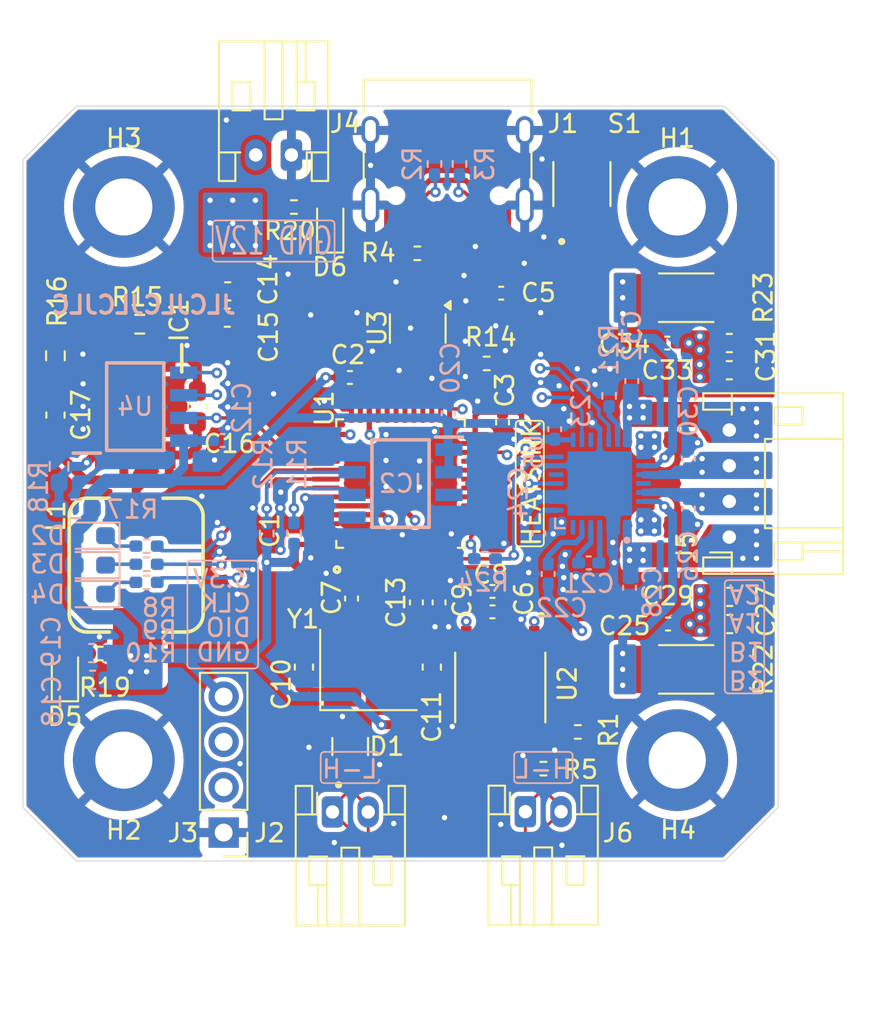
<source format=kicad_pcb>
(kicad_pcb (version 20240108) (generator "pcbnew") (generator_version "8.0")
  (title_block (title "STM32F103C8T6_FOC") (date "2025-12-26") (rev "V0.1") (company "Drag0th"))
  (layers (0 "F.Cu" signal) (1 "In1.Cu" power) (2 "In2.Cu" power) (31 "B.Cu" signal) (34 "B.Paste" user) (35 "F.Paste" user) (36 "B.SilkS" user "B.Silkscreen") (37 "F.SilkS" user "F.Silkscreen") (38 "B.Mask" user) (39 "F.Mask" user) (44 "Edge.Cuts" user))
  (net 0 "")
  (net 1 "+3.3V")
  (net 2 "GND")
  (net 3 "Net-(U3-VBUS)")
  (net 4 "/OSC_IN")
  (net 5 "/OSC_OUT")
  (net 6 "/NRST")
  (net 7 "+12V")
  (net 8 "Net-(IC1-SW)")
  (net 9 "Net-(IC1-BOOT)")
  (net 10 "Net-(C17-Pad1)")
  (net 11 "Net-(IC1-COMP)")
  (net 12 "Net-(U5-CPO)")
  (net 13 "Net-(U5-CPI)")
  (net 14 "Net-(U5-VCP)")
  (net 15 "Net-(U5-5VOUT)")
  (net 16 "/Stepper_Motor_Control/B1")
  (net 17 "/Stepper_Motor_Control/B2")
  (net 18 "/Stepper_Motor_Control/A1")
  (net 19 "/Stepper_Motor_Control/A2")
  (net 20 "Net-(D2-K)")
  (net 21 "Net-(D3-K)")
  (net 22 "Net-(D4-K)")
  (net 23 "Net-(D5-A)")
  (net 24 "Net-(D6-A)")
  (net 25 "Net-(IC1-FB)")
  (net 26 "Net-(IC1-EN)")
  (net 27 "/SDA")
  (net 29 "/SCL")
  (net 31 "/MCU_Peripherals/USB2_D+")
  (net 32 "/MCU_Peripherals/USB2_D-")
  (net 33 "Net-(J1-CC1)")
  (net 35 "Net-(J1-CC2)")
  (net 37 "/SWDIO")
  (net 38 "/SWCLK")
  (net 39 "/DIAG")
  (net 40 "Net-(U2-RS)")
  (net 41 "/USB0_D-")
  (net 42 "/USB0_D+")
  (net 43 "/R_LED")
  (net 44 "/B_LED")
  (net 45 "/G_LED")
  (net 46 "/U_BUTTON")
  (net 47 "Net-(U5-STDBY)")
  (net 48 "Net-(U5-BRB)")
  (net 49 "Net-(U5-BRA)")
  (net 50 "/UART2_RX")
  (net 51 "/UART2_TX")
  (net 53 "/CAN_RX")
  (net 54 "/CAN_TX")
  (net 55 "/WC_EEPROM")
  (net 58 "/DIR")
  (net 59 "/STEP")
  (net 78 "/MCU_Peripherals/CAN_P")
  (net 79 "/MCU_Peripherals/CAN_N")
  (footprint "Package_TO_SOT_SMD:SOT-23-6" (layer "F.Cu") (at 153.4922 91.6432 -90)
    (property "Reference" "U3")
    (property "Value" "USBLC6-2SC6")
  )
  (footprint "KSZ_KiCad_Footprint_Library:QFP50P900X900X160-48N" (layer "F.Cu") (at 152.527 100.33 90)
    (property "Reference" "U1")
    (property "Value" "~")
  )
  (footprint "LED_SMD:LED_0603_1608Metric_Pad1.05x0.95mm_HandSolder" (layer "F.Cu") (at 133.731 110.871 90)
    (property "Reference" "D5")
    (property "Value" "LED")
  )
  (footprint "Resistor_SMD:R_0402_1005Metric_Pad0.72x0.64mm_HandSolder" (layer "F.Cu") (at 160.528 116.3066)
    (property "Reference" "R5")
    (property "Value" "120R")
  )
  (footprint "Capacitor_SMD:C_0603_1608Metric_Pad1.08x0.95mm_HandSolder" (layer "F.Cu") (at 133.1976 96.4946 -90)
    (property "Reference" "C17")
    (property "Value" "10nF")
  )
  (footprint "KSZ_KiCad_Footprint_Library:TVS_PESD2CANFD24V-UX" (layer "F.Cu") (at 149.7076 115.2144 90)
    (property "Reference" "D1")
    (property "Value" "PESD2CANFD24V-UX")
  )
  (footprint "Capacitor_SMD:C_0603_1608Metric_Pad1.08x0.95mm_HandSolder" (layer "F.Cu") (at 154.2796 110.617 -90)
    (property "Reference" "C11")
    (property "Value" "30pF")
  )
  (footprint "Capacitor_SMD:C_0402_1005Metric_Pad0.74x0.62mm_HandSolder" (layer "F.Cu") (at 149.6909 94.3864)
    (property "Reference" "C2")
    (property "Value" "100nF")
  )
  (footprint "Capacitor_SMD:C_0603_1608Metric_Pad1.08x0.95mm_HandSolder" (layer "F.Cu") (at 142.8496 89.5604 180)
    (property "Reference" "C14")
    (property "Value" "0.1uF")
  )
  (footprint "KSZ_KiCad_Footprint_Library:SOIC127P599X175-8N" (layer "F.Cu") (at 158.115 111.761 -90)
    (property "Reference" "U2")
    (property "Value" "SN65HVD230DR")
  )
  (footprint "Capacitor_SMD:C_0402_1005Metric_Pad0.74x0.62mm_HandSolder" (layer "F.Cu") (at 167.513 108.204 180)
    (property "Reference" "C25")
    (property "Value" "100nF")
  )
  (footprint "Capacitor_SMD:C_0603_1608Metric_Pad1.08x0.95mm_HandSolder" (layer "F.Cu") (at 141.1478 96.012 -90)
    (property "Reference" "C16")
    (property "Value" "0.1uF")
  )
  (footprint "Capacitor_SMD:C_0603_1608Metric_Pad1.08x0.95mm_HandSolder" (layer "F.Cu") (at 147.1168 110.617 90)
    (property "Reference" "C10")
    (property "Value" "30pF")
  )
  (footprint "Capacitor_SMD:C_0402_1005Metric_Pad0.74x0.62mm_HandSolder" (layer "F.Cu") (at 146.5834 103.1748 90)
    (property "Reference" "C1")
    (property "Value" "100nF")
  )
  (footprint "Capacitor_SMD:C_0402_1005Metric_Pad0.74x0.62mm_HandSolder" (layer "F.Cu") (at 158.242 96.901 -90)
    (property "Reference" "C3")
    (property "Value" "100nF")
  )
  (footprint "Connector_USB:USB_C_Receptacle_HRO_TYPE-C-31-M-12" (layer "F.Cu") (at 155.163 81.5955 180)
    (property "Reference" "J1")
    (property "Value" "USB_C_Receptacle_USB2.0_16P")
  )
  (footprint "Resistor_SMD:R_0402_1005Metric_Pad0.72x0.64mm_HandSolder" (layer "F.Cu") (at 157.353 93.599 180)
    (property "Reference" "R14")
    (property "Value" "10k")
  )
  (footprint "Capacitor_SMD:C_0402_1005Metric_Pad0.74x0.62mm_HandSolder" (layer "F.Cu") (at 157.6745 107.5182)
    (property "Reference" "C6")
    (property "Value" "100nF")
  )
  (footprint "LED_SMD:LED_0603_1608Metric_Pad1.05x0.95mm_HandSolder" (layer "F.Cu") (at 148.59 85.725 90)
    (property "Reference" "D6")
    (property "Value" "LED")
  )
  (footprint "Connector_PinHeader_2.54mm:PinHeader_1x04_P2.54mm_Vertical" (layer "F.Cu") (at 142.621 119.888 180)
    (property "Reference" "J3")
    (property "Value" "Conn_01x04_Pin")
  )
  (footprint "Capacitor_SMD:C_0402_1005Metric_Pad0.74x0.62mm_HandSolder" (layer "F.Cu") (at 167.4709 92.456 180)
    (property "Reference" "C34")
    (property "Value" "100nF")
  )
  (footprint "Resistor_SMD:R_0603_1608Metric_Pad0.98x0.95mm_HandSolder" (layer "F.Cu") (at 137.922 91.4025 180)
    (property "Reference" "R15")
    (property "Value" "240k")
  )
  (footprint "KSZ_KiCad_Footprint_Library:SOIC127P600X100-9N" (layer "F.Cu") (at 137.668 96.0195 -90)
    (property "Reference" "IC1")
    (property "Value" "BD9E303EFJ-LBE2" (hide yes))
  )
  (footprint "Connector_JST:JST_PH_S2B-PH-K_1x02_P2.00mm_Horizontal" (layer "F.Cu") (at 148.717 118.7334)
    (property "Reference" "J2")
    (property "Value" "Conn_01x02_Socket")
  )
  (footprint "KSZ_KiCad_Footprint_Library:WE-PD_7332" (layer "F.Cu") (at 137.72 104.902 -90)
    (property "Reference" "L1")
    (property "Value" "WE-PD_7332")
  )
  (footprint "Capacitor_SMD:C_0402_1005Metric_Pad0.74x0.62mm_HandSolder" (layer "F.Cu") (at 149.7838 106.7729 -90)
    (property "Reference" "C7")
    (property "Value" "100nF")
  )
  (footprint "Capacitor_SMD:C_0603_1608Metric_Pad1.08x0.95mm_HandSolder" (layer "F.Cu") (at 170.942 92.456)
    (property "Reference" "C31")
    (property "Value" "47uF")
  )
  (footprint "Resistor_SMD:R_0402_1005Metric_Pad0.72x0.64mm_HandSolder" (layer "F.Cu") (at 135.6735 109.855 180)
    (property "Reference" "R19")
    (property "Value" "1.5k")
  )
  (footprint "Capacitor_SMD:C_0402_1005Metric_Pad0.74x0.62mm_HandSolder" (layer "F.Cu") (at 158.1658 89.662)
    (property "Reference" "C5")
    (property "Value" "100nF")
  )
  (footprint "Capacitor_SMD:C_0402_1005Metric_Pad0.74x0.62mm_HandSolder" (layer "F.Cu") (at 157.6745 106.3752)
    (property "Reference" "C8")
    (property "Value" "100nF")
  )
  (footprint "Capacitor_SMD:C_0603_1608Metric_Pad1.08x0.95mm_HandSolder" (layer "F.Cu") (at 170.942 93.98)
    (property "Reference" "C33")
    (property "Value" "47uF")
  )
  (footprint "Resistor_SMD:R_2010_5025Metric_Pad1.40x2.65mm_HandSolder" (layer "F.Cu") (at 168.529 89.916)
    (property "Reference" "R23")
    (property "Value" "0.12R")
  )
  (footprint "Capacitor_SMD:C_0603_1608Metric_Pad1.08x0.95mm_HandSolder" (layer "F.Cu") (at 142.8242 91.0336 180)
    (property "Reference" "C15")
    (property "Value" "10uF")
  )
  (footprint "Resistor_SMD:R_0402_1005Metric_Pad0.72x0.64mm_HandSolder" (layer "F.Cu") (at 153.4668 87.4268)
    (property "Reference" "R4")
    (property "Value" "1.5k")
  )
  (footprint "Capacitor_SMD:C_0402_1005Metric_Pad0.74x0.62mm_HandSolder" (layer "F.Cu") (at 154.686 106.9935 -90)
    (property "Reference" "C9")
    (property "Value" "1uF")
  )
  (footprint "MountingHole:MountingHole_3.2mm_M3_ISO7380_Pad" (layer "F.Cu") (at 168.027 115.83)
    (property "Reference" "H4")
    (property "Value" "MountingHole_Pad")
  )
  (footprint "Resistor_SMD:R_0402_1005Metric_Pad0.72x0.64mm_HandSolder" (layer "F.Cu") (at 162.4584 114.2492)
    (property "Reference" "R1")
    (property "Value" "10k")
  )
  (footprint "Connector_JST:JST_PH_S2B-PH-K_1x02_P2.00mm_Horizontal" (layer "F.Cu") (at 159.5186 118.7196)
    (property "Reference" "J6")
    (property "Value" "Conn_01x02_Socket")
  )
  (footprint "Resistor_SMD:R_0603_1608Metric_Pad0.98x0.95mm_HandSolder" (layer "F.Cu") (at 133.1976 93.1691 90)
    (property "Reference" "R16")
    (property "Value" "10k")
  )
  (footprint "MountingHole:MountingHole_3.2mm_M3_ISO7380_Pad" (layer "F.Cu") (at 137.027 115.83)
    (property "Reference" "H2")
    (property "Value" "MountingHole_Pad")
  )
  (footprint "Connector_JST:JST_PH_S2B-PH-K_1x02_P2.00mm_Horizontal" (layer "F.Cu") (at 146.415 81.915 180)
    (property "Reference" "J4")
    (property "Value" "Conn_01x02_Socket")
  )
  (footprint "Connector_JST:JST_PH_S4B-PH-K_1x04_P2.00mm_Horizontal" (layer "F.Cu") (at 170.942 103.33 90)
    (property "Reference" "J5")
    (property "Value" "Conn_01x04_Pin")
  )
  (footprint "Crystal:Crystal_SMD_3225-4Pin_3.2x2.5mm_HandSoldering" (layer "F.Cu") (at 150.7258 110.7764)
    (property "Reference" "Y1")
    (property "Value" "Crystal_16MHz")
  )
  (footprint "Resistor_SMD:R_2010_5025Metric_Pad1.40x2.65mm_HandSolder" (layer "F.Cu") (at 168.529 110.744)
    (property "Reference" "R22")
    (property "Value" "0.12R")
  )
  (footprint "MountingHole:MountingHole_3.2mm_M3_ISO7380_Pad" (layer "F.Cu") (at 168.027 84.83)
    (property "Reference" "H1")
    (property "Value" "MountingHole_Pad")
  )
  (footprint "Capacitor_SMD:C_0402_1005Metric_Pad0.74x0.62mm_HandSolder" (layer "F.Cu") (at 153.416 106.9935 -90)
    (property "Reference" "C13")
    (property "Value" "100nF")
  )
  (footprint "Resistor_SMD:R_0402_1005Metric_Pad0.72x0.64mm_HandSolder" (layer "F.Cu") (at 146.558 84.836)
    (property "Reference" "R20")
    (property "Value" "5.1k")
  )
  (footprint "Capacitor_SMD:C_0603_1608Metric_Pad1.08x0.95mm_HandSolder" (layer "F.Cu") (at 170.9663 108.204)
    (property "Reference" "C27")
    (property "Value" "47uF")
  )
  (footprint "MountingHole:MountingHole_3.2mm_M3_ISO7380_Pad" (layer "F.Cu") (at 137.027 84.83)
    (property "Reference" "H3")
    (property "Value" "MountingHole_Pad")
  )
  (footprint "KSZ_KiCad_Footprint_Library:SW_SKRPABE010" (layer "F.Cu") (at 162.687 83.5485 90)
    (property "Reference" "S1")
    (property "Value" "SKRPABE010")
  )
  (footprint "Capacitor_SMD:C_0603_1608Metric_Pad1.08x0.95mm_HandSolder" (layer "F.Cu") (at 170.9663 106.68)
    (property "Reference" "C29")
    (property "Value" "47uF")
  )
  (footprint "Capacitor_SMD:C_0402_1005Metric_Pad0.74x0.62mm_HandSolder" (layer "B.Cu") (at 168.656 98.933 90)
    (property "Reference" "C30")
    (property "Value" "470pF")
  )
  (footprint "Resistor_SMD:R_0603_1608Metric_Pad0.98x0.95mm_HandSolder" (layer "B.Cu") (at 133.4008 99.3648 90)
    (property "Reference" "R18")
    (property "Value" "13k")
  )
  (footprint "Resistor_SMD:R_0402_1005Metric_Pad0.72x0.64mm_HandSolder" (layer "B.Cu") (at 154.432 82.423 90)
    (property "Reference" "R2")
    (property "Value" "5.1k")
  )
  (footprint "Resistor_SMD:R_0402_1005Metric_Pad0.72x0.64mm_HandSolder" (layer "B.Cu") (at 145.034 103.124 90)
    (property "Reference" "R12")
    (property "Value" "4.7k")
  )
  (footprint "Capacitor_SMD:C_0402_1005Metric_Pad0.74x0.62mm_HandSolder" (layer "B.Cu") (at 168.656 101.727 -90)
    (property "Reference" "C26")
    (property "Value" "470pF")
  )
  (footprint "Resistor_SMD:R_0402_1005Metric_Pad0.72x0.64mm_HandSolder" (layer "B.Cu") (at 146.558 103.124 90)
    (property "Reference" "R11")
    (property "Value" "4.7k")
  )
  (footprint "KSZ_KiCad_Footprint_Library:SOIC127P600X175-8N" (layer "B.Cu") (at 152.527 100.33 180)
    (property "Reference" "IC2")
    (property "Value" "AS5600-ASOT")
  )
  (footprint "Capacitor_SMD:C_0402_1005Metric_Pad0.74x0.62mm_HandSolder" (layer "B.Cu") (at 165.354 106.172 -90)
    (property "Reference" "C28")
    (property "Value" "470pF")
  )
  (footprint "Capacitor_SMD:C_0402_1005Metric_Pad0.74x0.62mm_HandSolder" (layer "B.Cu") (at 142.5615 97.917)
    (property "Reference" "C12")
    (property "Value" "100nF")
  )
  (footprint "LED_SMD:LED_0603_1608Metric_Pad1.05x0.95mm_HandSolder" (layer "B.Cu") (at 135.128 103.251 180)
    (property "Reference" "D2")
    (property "Value" "R_LED")
  )
  (footprint "Capacitor_SMD:C_0402_1005Metric_Pad0.74x0.62mm_HandSolder" (layer "B.Cu") (at 163.068 104.775)
    (property "Reference" "C21")
    (property "Value" "22nF")
  )
  (footprint "Resistor_SMD:R_0402_1005Metric_Pad0.72x0.64mm_HandSolder" (layer "B.Cu") (at 164.211 95.4145 90)
    (property "Reference" "R21")
    (property "Value" "100k")
  )
  (footprint "Capacitor_SMD:C_0402_1005Metric_Pad0.74x0.62mm_HandSolder" (layer "B.Cu") (at 160.797 105.4 90)
    (property "Reference" "C22")
    (property "Value" "100nF")
  )
  (footprint "Capacitor_SMD:C_0402_1005Metric_Pad0.74x0.62mm_HandSolder" (layer "B.Cu") (at 160.274 103.124 -90)
    (property "Reference" "C24")
    (property "Value" "4.7uF")
  )
  (footprint "Resistor_SMD:R_0402_1005Metric_Pad0.72x0.64mm_HandSolder" (layer "B.Cu") (at 138.303 103.8352)
    (property "Reference" "R8")
    (property "Value" "1.5k")
  )
  (footprint "KSZ_KiCad_Footprint_Library:QFN50P500X500X90-29N" (layer "B.Cu") (at 163.687 100.33 90)
    (property "Reference" "U5")
    (property "Value" "TMC2209-LA")
  )
  (footprint "KSZ_KiCad_Footprint_Library:SOIC127P600X175-8N" (layer "B.Cu") (at 137.668 96.0195)
    (property "Reference" "U4")
    (property "Value" "M24C64-RMN6TP")
  )
  (footprint "Resistor_SMD:R_0402_1005Metric_Pad0.72x0.64mm_HandSolder" (layer "B.Cu") (at 138.303 104.8512)
    (property "Reference" "R9")
    (property "Value" "1.5k")
  )
  (footprint "Resistor_SMD:R_0402_1005Metric_Pad0.72x0.64mm_HandSolder" (layer "B.Cu") (at 138.303 105.8672)
    (property "Reference" "R10")
    (property "Value" "1.5k")
  )
  (footprint "Resistor_SMD:R_0402_1005Metric_Pad0.72x0.64mm_HandSolder" (layer "B.Cu") (at 155.829 82.423 90)
    (property "Reference" "R3")
    (property "Value" "5.1k")
  )
  (footprint "Capacitor_SMD:C_0402_1005Metric_Pad0.74x0.62mm_HandSolder" (layer "B.Cu") (at 165.481 94.5896 90)
    (property "Reference" "C32")
    (property "Value" "470pF")
  )
  (footprint "LED_SMD:LED_0603_1608Metric_Pad1.05x0.95mm_HandSolder" (layer "B.Cu") (at 135.128 104.902 180)
    (property "Reference" "D3")
    (property "Value" "B_LED")
  )
  (footprint "Resistor_SMD:R_0402_1005Metric_Pad0.72x0.64mm_HandSolder" (layer "B.Cu") (at 157.2514 104.5464 180)
    (property "Reference" "R24")
    (property "Value" "1k")
  )
  (footprint "Capacitor_SMD:C_0603_1608Metric_Pad1.08x0.95mm_HandSolder" (layer "B.Cu") (at 135.2307 109.8296)
    (property "Reference" "C19")
    (property "Value" "22uF")
  )
  (footprint "Capacitor_SMD:C_0603_1608Metric_Pad1.08x0.95mm_HandSolder" (layer "B.Cu") (at 135.2804 111.3282)
    (property "Reference" "C18")
    (property "Value" "22uF")
  )
  (footprint "Capacitor_SMD:C_0402_1005Metric_Pad0.74x0.62mm_HandSolder" (layer "B.Cu") (at 161.163 97.282 90)
    (property "Reference" "C23")
    (property "Value" "100nF")
  )
  (footprint "Capacitor_SMD:C_0402_1005Metric_Pad0.74x0.62mm_HandSolder" (layer "B.Cu") (at 155.194 96.393 90)
    (property "Reference" "C20")
    (property "Value" "100nF")
  )
  (footprint "Resistor_SMD:R_0603_1608Metric_Pad0.98x0.95mm_HandSolder" (layer "B.Cu") (at 134.3387 101.743 180)
    (property "Reference" "R17")
    (property "Value" "30k")
  )
  (footprint "LED_SMD:LED_0603_1608Metric_Pad1.05x0.95mm_HandSolder" (layer "B.Cu") (at 135.128 106.526 180)
    (property "Reference" "D4")
    (property "Value" "G_LED")
  )
  (gr_arc (start 159.0897 117.1194) (mid 158.948279 117.060821) (end 158.8897 116.9194) (stroke (width 0.1)) (layer "B.SilkS"))
  (gr_arc (start 151.1332 115.3668) (mid 151.274621 115.425379) (end 151.3332 115.5668) (stroke (width 0.1)) (layer "B.SilkS"))
  (gr_arc (start 140.589 104.848) (mid 140.647579 104.706579) (end 140.789 104.648) (stroke (width 0.1)) (layer "B.SilkS"))
  (gr_arc (start 141.9987 85.7853) (mid 142.057279 85.643879) (end 142.1987 85.5853) (stroke (width 0.1)) (layer "B.SilkS"))
  (gr_line (start 172.6978 112.0902) (end 170.888 112.0902) (stroke (width 0.1)) (layer "B.SilkS"))
  (gr_arc (start 148.6313 85.5853) (mid 148.772721 85.643879) (end 148.8313 85.7853) (stroke (width 0.1)) (layer "B.SilkS"))
  (gr_arc (start 162.1663 116.9194) (mid 162.107721 117.060821) (end 161.9663 117.1194) (stroke (width 0.1)) (layer "B.SilkS"))
  (gr_line (start 144.3514 110.6932) (end 140.789 110.6932) (stroke (width 0.1)) (layer "B.SilkS"))
  (gr_line (start 170.688 111.8902) (end 170.688 105.9402) (stroke (width 0.1)) (layer "B.SilkS"))
  (gr_line (start 172.8978 105.9402) (end 172.8978 111.8902) (stroke (width 0.1)) (layer "B.SilkS"))
  (gr_arc (start 170.888 112.0902) (mid 170.746579 112.031621) (end 170.688 111.8902) (stroke (width 0.1)) (layer "B.SilkS"))
  (gr_arc (start 148.0566 115.5668) (mid 148.115179 115.425379) (end 148.2566 115.3668) (stroke (width 0.1)) (layer "B.SilkS"))
  (gr_line (start 170.888 105.7402) (end 172.6978 105.7402) (stroke (width 0.1)) (layer "B.SilkS"))
  (gr_line (start 142.1987 85.5853) (end 148.6313 85.5853) (stroke (width 0.1)) (layer "B.SilkS"))
  (gr_line (start 162.1663 115.5668) (end 162.1663 116.9194) (stroke (width 0.1)) (layer "B.SilkS"))
  (gr_arc (start 151.3332 116.9194) (mid 151.274621 117.060821) (end 151.1332 117.1194) (stroke (width 0.1)) (layer "B.SilkS"))
  (gr_arc (start 148.2566 117.1194) (mid 148.115179 117.060821) (end 148.0566 116.9194) (stroke (width 0.1)) (layer "B.SilkS"))
  (gr_arc (start 144.5514 110.4932) (mid 144.492821 110.634621) (end 144.3514 110.6932) (stroke (width 0.1)) (layer "B.SilkS"))
  (gr_arc (start 161.9663 115.3668) (mid 162.107721 115.425379) (end 162.1663 115.5668) (stroke (width 0.1)) (layer "B.SilkS"))
  (gr_line (start 141.9987 87.6967) (end 141.9987 85.7853) (stroke (width 0.1)) (layer "B.SilkS"))
  (gr_arc (start 142.1987 87.8967) (mid 142.057279 87.838121) (end 141.9987 87.6967) (stroke (width 0.1)) (layer "B.SilkS"))
  (gr_line (start 140.589 110.4932) (end 140.589 104.848) (stroke (width 0.1)) (layer "B.SilkS"))
  (gr_arc (start 172.6978 105.7402) (mid 172.839221 105.798779) (end 172.8978 105.9402) (stroke (width 0.1)) (layer "B.SilkS"))
  (gr_line (start 148.8313 85.7853) (end 148.8313 87.6967) (stroke (width 0.1)) (layer "B.SilkS"))
  (gr_line (start 161.9663 117.1194) (end 159.0897 117.1194) (stroke (width 0.1)) (layer "B.SilkS"))
  (gr_arc (start 170.688 105.9402) (mid 170.746579 105.798779) (end 170.888 105.7402) (stroke (width 0.1)) (layer "B.SilkS"))
  (gr_line (start 159.0897 115.3668) (end 161.9663 115.3668) (stroke (width 0.1)) (layer "B.SilkS"))
  (gr_arc (start 140.789 110.6932) (mid 140.647579 110.634621) (end 140.589 110.4932) (stroke (width 0.1)) (layer "B.SilkS"))
  (gr_line (start 144.5514 104.848) (end 144.5514 110.4932) (stroke (width 0.1)) (layer "B.SilkS"))
  (gr_line (start 148.2566 115.3668) (end 151.1332 115.3668) (stroke (width 0.1)) (layer "B.SilkS"))
  (gr_line (start 140.789 104.648) (end 144.3514 104.648) (stroke (width 0.1)) (layer "B.SilkS"))
  (gr_line (start 151.1332 117.1194) (end 148.2566 117.1194) (stroke (width 0.1)) (layer "B.SilkS"))
  (gr_arc (start 158.8897 115.5668) (mid 158.948279 115.425379) (end 159.0897 115.3668) (stroke (width 0.1)) (layer "B.SilkS"))
  (gr_arc (start 144.3514 104.648) (mid 144.492821 104.706579) (end 144.5514 104.848) (stroke (width 0.1)) (layer "B.SilkS"))
  (gr_line (start 158.8897 116.9194) (end 158.8897 115.5668) (stroke (width 0.1)) (layer "B.SilkS"))
  (gr_line (start 148.0566 116.9194) (end 148.0566 115.5668) (stroke (width 0.1)) (layer "B.SilkS"))
  (gr_line (start 148.6313 87.8967) (end 142.1987 87.8967) (stroke (width 0.1)) (layer "B.SilkS"))
  (gr_arc (start 172.8978 111.8902) (mid 172.839221 112.031621) (end 172.6978 112.0902) (stroke (width 0.1)) (layer "B.SilkS"))
  (gr_arc (start 148.8313 87.6967) (mid 148.772721 87.838121) (end 148.6313 87.8967) (stroke (width 0.1)) (layer "B.SilkS"))
  (gr_line (start 160.3534 103.8479) (end 159.1786 103.8479) (stroke (width 0.1)) (layer "F.SilkS"))
  (gr_arc (start 160.3534 96.8121) (mid 160.494821 96.870679) (end 160.5534 97.0121) (stroke (width 0.1)) (layer "F.SilkS"))
  (gr_arc (start 160.5534 103.6479) (mid 160.494821 103.789321) (end 160.3534 103.8479) (stroke (width 0.1)) (layer "F.SilkS"))
  (gr_arc (start 158.9786 97.0121) (mid 159.037179 96.870679) (end 159.1786 96.8121) (stroke (width 0.1)) (layer "F.SilkS"))
  (gr_line (start 160.5534 97.0121) (end 160.5534 103.6479) (stroke (width 0.1)) (layer "F.SilkS"))
  (gr_arc (start 159.1786 103.8479) (mid 159.037179 103.789321) (end 158.9786 103.6479) (stroke (width 0.1)) (layer "F.SilkS"))
  (gr_line (start 158.9786 103.6479) (end 158.9786 97.0121) (stroke (width 0.1)) (layer "F.SilkS"))
  (gr_line (start 159.1786 96.8121) (end 160.3534 96.8121) (stroke (width 0.1)) (layer "F.SilkS"))
  (gr_line (start 173.677 82.18) (end 173.677 118.48) (stroke (width 0.05)) (layer "Edge.Cuts"))
  (gr_line (start 170.677 121.48) (end 134.377 121.48) (stroke (width 0.05)) (layer "Edge.Cuts"))
  (gr_line (start 131.377 118.48) (end 134.377 121.48) (stroke (width 0.05)) (layer "Edge.Cuts"))
  (gr_line (start 170.677 79.18) (end 134.377 79.18) (stroke (width 0.05)) (layer "Edge.Cuts"))
  (gr_line (start 173.677 118.48) (end 170.677 121.48) (stroke (width 0.05)) (layer "Edge.Cuts"))
  (gr_line (start 131.377 82.18) (end 131.377 118.48) (stroke (width 0.05)) (layer "Edge.Cuts"))
  (gr_line (start 170.677 79.18) (end 173.677 82.18) (stroke (width 0.05)) (layer "Edge.Cuts"))
  (gr_line (start 134.377 79.18) (end 131.377 82.18) (stroke (width 0.05)) (layer "Edge.Cuts"))
  (gr_text "3.3V\n" (at 144.2466 106.2482 0) (layer "B.SilkS") (effects (font (size 1 1)) (justify left bottom mirror)))
  (gr_text "H-L" (at 162.1663 116.9194 0) (layer "B.SilkS") (effects (font (size 1 1)) (justify left bottom mirror)))
  (gr_text "GND" (at 144.2466 110.363 0) (layer "B.SilkS") (effects (font (size 1 1)) (justify left bottom mirror)))
  (gr_text "GND 12V" (at 148.8186 87.6173 0) (layer "B.SilkS") (effects (font (size 1.5 1)) (justify left bottom mirror)))
  (gr_text "JLCJLCJLCJLC" (at 143.4084 90.9066 0) (layer "B.SilkS") (effects (font (size 1 1) (thickness 0.2) (bold yes)) (justify left bottom mirror)))
  (gr_text "CLK" (at 144.2466 107.6198 0) (layer "B.SilkS") (effects (font (size 1 1)) (justify left bottom mirror)))
  (gr_text "DIO" (at 144.2466 108.9914 0) (layer "B.SilkS") (effects (font (size 1 1)) (justify left bottom mirror)))
  (gr_text "B2\nB1\nA1\nA2" (at 170.815 105.918 180) (layer "B.SilkS") (effects (font (size 1 1)) (justify left bottom mirror)))
  (gr_text "L-H" (at 151.3332 116.9194 0) (layer "B.SilkS") (effects (font (size 1 1)) (justify left bottom mirror)))
  (gr_text "HEATSINK" (at 160.4518 103.9241 90) (layer "F.SilkS") (effects (font (size 1 1)) (justify left bottom)))
  (segment (start 146.5834 104.4956) (end 146.5834 104.8258) (width 0.5) (layer "F.Cu") (net 1))
  (segment (start 157.48 107.8912) (end 157.48 109.291) (width 0.5) (layer "F.Cu") (net 1))
  (segment (start 149.1234 95.9612) (end 149.1234 94.3864) (width 0.3) (layer "F.Cu") (net 1))
  (segment (start 151.8158 87.4522) (end 151.8412 87.4522) (width 0.3) (layer "F.Cu") (net 1))
  (segment (start 149.7838 106.2054) (end 149.7838 104.5168) (width 0.3) (layer "F.Cu") (net 1))
  (segment (start 151.8666 87.4268) (end 152.8693 87.4268) (width 0.3) (layer "F.Cu") (net 1))
  (segment (start 149.1234 90.1446) (end 151.8158 87.4522) (width 0.3) (layer "F.Cu") (net 1))
  (segment (start 154.686 106.426) (end 154.501974 106.426) (width 0.3) (layer "F.Cu") (net 1))
  (segment (start 149.1234 94.3864) (end 149.1234 90.1446) (width 0.3) (layer "F.Cu") (net 1))
  (segment (start 147.963 106.2054) (end 149.7838 106.2054) (width 0.5) (layer "F.Cu") (net 1))
  (segment (start 159.1477 96.3335) (end 159.3088 96.4946) (width 0.3) (layer "F.Cu") (net 1))
  (segment (start 146.5834 103.7423) (end 148.2003 103.7423) (width 0.3) (layer "F.Cu") (net 1))
  (segment (start 156.9045 96.3335) (end 156.707 96.531) (width 0.3) (layer "F.Cu") (net 1))
  (segment (start 158.242 96.3335) (end 159.1477 96.3335) (width 0.3) (layer "F.Cu") (net 1))
  (segment (start 157.48 110.617) (end 157.48 109.291) (width 0.5) (layer "F.Cu") (net 1))
  (segment (start 153.777 105.701026) (end 153.777 104.51) (width 0.3) (layer "F.Cu") (net 1))
  (segment (start 157.0562 106.426) (end 157.107 106.3752) (width 0.3) (layer "F.Cu") (net 1))
  (segment (start 149.7838 104.5168) (end 149.777 104.51) (width 0.3) (layer "F.Cu") (net 1))
  (segment (start 148.2003 103.7423) (end 148.347 103.5956) (width 0.3) (layer "F.Cu") (net 1))
  (segment (start 154.501974 106.426) (end 153.777 105.701026) (width 0.3) (layer "F.Cu") (net 1))
  (segment (start 158.7246 93.599) (end 157.9505 93.599) (width 0.3) (layer "F.Cu") (net 1))
  (segment (start 159.3088 94.1832) (end 158.7246 93.599) (width 0.3) (layer "F.Cu") (net 1))
  (segment (start 151.8412 87.4522) (end 151.8666 87.4268) (width 0.3) (layer "F.Cu") (net 1))
  (segment (start 149.777 96.15) (end 149.3122 96.15) (width 0.3) (layer "F.Cu") (net 1))
  (segment (start 158.2507 96.3422) (end 158.242 96.3335) (width 0.5) (layer "F.Cu") (net 1))
  (segment (start 156.707 96.531) (end 156.707 97.58) (width 0.3) (layer "F.Cu") (net 1))
  (segment (start 159.3088 96.4946) (end 159.3088 94.1832) (width 0.3) (layer "F.Cu") (net 1))
  (segment (start 146.3294 104.7496) (end 146.5834 104.4956) (width 0.5) (layer "F.Cu") (net 1))
  (segment (start 148.347 103.5956) (end 148.347 103.08) (width 0.3) (layer "F.Cu") (net 1))
  (segment (start 149.3122 96.15) (end 149.1234 95.9612) (width 0.3) (layer "F.Cu") (net 1))
  (segment (start 154.686 106.426) (end 157.0562 106.426) (width 0.3) (layer "F.Cu") (net 1))
  (segment (start 151.4602 113.8428) (end 154.2542 113.8428) (width 0.5) (layer "F.Cu") (net 1))
  (segment (start 158.242 96.3335) (end 156.9045 96.3335) (width 0.3) (layer "F.Cu") (net 1))
  (segment (start 159.3088 96.9605) (end 159.3088 96.4946) (width 0.3) (layer "F.Cu") (net 1))
  (segment (start 154.2542 113.8428) (end 157.48 110.617) (width 0.5) (layer "F.Cu") (net 1))
  (segment (start 146.5834 104.8258) (end 147.963 106.2054) (width 0.5) (layer "F.Cu") (net 1))
  (segment (start 145.034 104.7496) (end 146.3294 104.7496) (width 0.5) (layer "F.Cu") (net 1))
  (segment (start 146.5834 104.4956) (end 146.5834 103.7423) (width 0.5) (layer "F.Cu") (net 1))
  (segment (start 149.1234 94.3864) (end 148.336 94.3864) (width 0.3) (layer "F.Cu") (net 1))
  (segment (start 157.107 107.5182) (end 157.48 107.8912) (width 0.5) (layer "F.Cu") (net 1))
  (segment (start 157.107 107.5182) (end 157.107 106.3752) (width 0.5) (layer "F.Cu") (net 1))
  (via (at 138.303 109.982) (size 0.6) (drill 0.3) (layers "F.Cu" "B.Cu") (net 1))
  (via (at 137.414 110.871) (size 0.6) (drill 0.3) (layers "F.Cu" "B.Cu") (net 1))
  (via (at 145.034 104.7496) (size 0.6) (drill 0.3) (layers "F.Cu" "B.Cu") (net 1))
  (via (at 148.336 94.3864) (size 0.6) (drill 0.3) (layers "F.Cu" "B.Cu") (net 1))
  (via (at 138.303 110.871) (size 0.6) (drill 0.3) (layers "F.Cu" "B.Cu") (net 1))
  (via (at 151.4602 113.8428) (size 0.6) (drill 0.3) (layers "F.Cu" "B.Cu") (net 1))
  (via (at 137.414 109.982) (size 0.6) (drill 0.3) (layers "F.Cu" "B.Cu") (net 1))
  (via (at 159.3088 96.9605) (size 0.6) (drill 0.3) (layers "F.Cu" "B.Cu") (net 1))
  (segment (start 137.414 108.585) (end 136.652 107.823) (width 0.8) (layer "B.Cu") (net 1))
  (segment (start 145.034 104.7496) (end 145.034 109.1438) (width 0.5) (layer "B.Cu") (net 1))
  (segment (start 135.2175 101.727) (end 135.2175 101.0025) (width 0.8) (layer "B.Cu") (net 1))
  (segment (start 139.4714 109.982) (end 144.1958 109.982) (width 0.8) (layer "B.Cu") (net 1))
  (segment (start 135.2175 101.0025) (end 136.0424 100.1776) (width 0.8) (layer "B.Cu") (net 1))
  (segment (start 155.239 98.425) (end 155.239 99.695) (width 0.5) (layer "B.Cu") (net 1))
  (segment (start 161.1935 97.88) (end 161.163 97.8495) (width 0.3) (layer "B.Cu") (net 1))
  (segment (start 140.38 99.4214) (end 139.6238 100.1776) (width 0.5) (layer "B.Cu") (net 1))
  (segment (start 140.3875 97.917) (end 140.38 97.9245) (width 0.5) (layer "B.Cu") (net 1))
  (segment (start 135.128 107.823) (end 134.253 106.948) (width 0.8) (layer "B.Cu") (net 1))
  (segment (start 146.558 104.4448) (end 146.2532 104.7496) (width 0.5) (layer "B.Cu") (net 1))
  (segment (start 136.652 107.823) (end 135.128 107.823) (width 0.8) (layer "B.Cu") (net 1))
  (segment (start 146.4818 112.268) (end 144.1958 109.982) (width 0.5) (layer "B.Cu") (net 1))
  (segment (start 148.336 94.3864) (end 148.336 94.4626) (width 0.5) (layer "B.Cu") (net 1))
  (segment (start 155.194 96.9605) (end 154.8805 96.647) (width 0.5) (layer "B.Cu") (net 1))
  (segment (start 140.335 109.982) (end 139.4714 109.982) (width 0.5) (layer "B.Cu") (net 1))
  (segment (start 138.303 109.982) (end 139.4714 109.982) (width 0.8) (layer "B.Cu") (net 1))
  (segment (start 146.0754 96.647) (end 148.336 94.3864) (width 0.5) (layer "B.Cu") (net 1))
  (segment (start 140.38 97.9245) (end 140.38 99.4214) (width 0.5) (layer "B.Cu") (net 1))
  (segment (start 155.194 98.38) (end 155.239 98.425) (width 0.5) (layer "B.Cu") (net 1))
  (segment (start 146.2532 104.7496) (end 145.034 104.7496) (width 0.5) (layer "B.Cu") (net 1))
  (segment (start 137.414 109.982) (end 137.414 108.585) (width 0.8) (layer "B.Cu") (net 1))
  (segment (start 158.5889 96.9605) (end 159.3088 96.9605) (width 0.5) (layer "B.Cu") (net 1))
  (segment (start 146.558 103.7215) (end 146.558 104.4448) (width 0.5) (layer "B.Cu") (net 1))
  (segment (start 154.8805 96.647) (end 146.0754 96.647) (width 0.5) (layer "B.Cu") (net 1))
  (segment (start 145.034 109.1438) (end 144.1958 109.982) (width 0.5) (layer "B.Cu") (net 1))
  (segment (start 149.8854 112.268) (end 146.4818 112.268) (width 0.5) (layer "B.Cu") (net 1))
  (segment (start 134.253 106.948) (end 134.253 106.526) (width 0.8) (layer "B.Cu") (net 1))
  (segment (start 134.253 103.11) (end 135.2175 102.1455) (width 0.8) (layer "B.Cu") (net 1))
  (segment (start 151.4602 113.8428) (end 149.8854 112.268) (width 0.5) (layer "B.Cu") (net 1))
  (segment (start 142.3924 100.1776) (end 142.4178 100.1522) (width 0.5) (layer "B.Cu") (net 1))
  (segment (start 142.5448 100.1776) (end 146.0754 96.647) (width 0.5) (layer "B.Cu") (net 1))
  (segment (start 141.994 97.917) (end 140.3875 97.917) (width 0.5) (layer "B.Cu") (net 1))
  (segment (start 155.194 96.9605) (end 155.194 98.38) (width 0.5) (layer "B.Cu") (net 1))
  (segment (start 159.3683 96.9605) (end 160.2573 97.8495) (width 0.5) (layer "B.Cu") (net 1))
  (segment (start 136.0424 100.1776) (end 139.6238 100.1776) (width 0.8) (layer "B.Cu") (net 1))
  (segment (start 135.2175 102.1455) (end 135.2175 101.727) (width 0.8) (layer "B.Cu") (net 1))
  (segment (start 139.6238 100.1776) (end 142.3924 100.1776) (width 0.5) (layer "B.Cu") (net 1))
  (segment (start 134.253 103.251) (end 134.253 103.11) (width 0.8) (layer "B.Cu") (net 1))
  (segment (start 142.3924 100.1776) (end 142.5448 100.1776) (width 0.5) (layer "B.Cu") (net 1))
  (segment (start 162.187 97.88) (end 161.1935 97.88) (width 0.3) (layer "B.Cu") (net 1))
  (segment (start 159.3088 96.9605) (end 159.3683 96.9605) (width 0.5) (layer "B.Cu") (net 1))
  (segment (start 134.253 104.902) (end 134.253 103.251) (width 0.8) (layer "B.Cu") (net 1))
  (segment (start 155.194 96.9605) (end 158.5889 96.9605) (width 0.5) (layer "B.Cu") (net 1))
  (segment (start 160.2573 97.8495) (end 161.163 97.8495) (width 0.5) (layer "B.Cu") (net 1))
  (segment (start 145.034 103.7215) (end 145.034 104.7496) (width 0.5) (layer "B.Cu") (net 1))
  (segment (start 142.621 112.268) (end 140.335 109.982) (width 0.5) (layer "B.Cu") (net 1))
  (segment (start 134.253 106.526) (end 134.253 104.902) (width 0.8) (layer "B.Cu") (net 1))
  (segment (start 147.197 101.1594) (end 147.2764 101.08) (width 0.2) (layer "F.Cu") (net 2))
  (segment (start 146.6107 102.58) (end 146.5834 102.6073) (width 0.3) (layer "F.Cu") (net 2))
  (segment (start 150.277 94.996) (end 150.277 96.15) (width 0.3) (layer "F.Cu") (net 2))
  (segment (start 158.242 97.79) (end 158.242 97.4685) (width 0.3) (layer "F.Cu") (net 2))
  (segment (start 156.707 98.08) (end 157.952 98.08) (width 0.3) (layer "F.Cu") (net 2))
  (segment (start 147.2764 101.08) (end 148.347 101.08) (width 0.2) (layer "F.Cu") (net 2))
  (segment (start 148.347 102.58) (end 146.6107 102.58) (width 0.3) (layer "F.Cu") (net 2))
  (segment (start 150.277 94.996) (end 150.277 94.405) (width 0.3) (layer "F.Cu") (net 2))
  (segment (start 157.952 98.08) (end 158.242 97.79) (width 0.3) (layer "F.Cu") (net 2))
  (segment (start 150.277 94.405) (end 150.2584 94.3864) (width 0.3) (layer "F.Cu") (net 2))
  (via (at 159.385 115.57) (size 0.6) (drill 0.3) (layers "F.Cu" "B.Cu") (net 2))
  (via (at 150.8506 82.4992) (size 0.6) (drill 0.3) (layers "F.Cu" "B.Cu") (net 2))
  (via (at 142.843794 93.557) (size 0.6) (drill 0.3) (layers "F.Cu" "B.Cu") (net 2))
  (via (at 160.2994 101.092) (size 0.6) (drill 0.3) (layers "F.Cu" "B.Cu") (net 2))
  (via (at 147.4978 90.8812) (size 0.6) (drill 0.3) (layers "F.Cu" "B.Cu") (net 2))
  (via (at 152.4508 93.990499) (size 0.6) (drill 0.3) (layers "F.Cu" "B.Cu") (net 2))
  (via (at 158.402009 92.881101) (size 0.6) (drill 0.3) (layers "F.Cu" "B.Cu") (net 2))
  (via (at 164.497 104.7634) (size 0.6) (drill 0.3) (layers "F.Cu" "B.Cu") (net 2))
  (via (at 160.4518 82.1436) (size 0.6) (drill 0.3) (layers "F.Cu" "B.Cu") (net 2))
  (via (at 135.6614 108.9152) (size 0.6) (drill 0.3) (layers "F.Cu" "B.Cu") (net 2))
  (via (at 155.321 105.7656) (size 0.6) (drill 0.3) (layers "F.Cu" "B.Cu") (net 2))
  (via (at 158.3182 103.6828) (size 0.6) (drill 0.3) (layers "F.Cu" "B.Cu") (net 2))
  (via (at 163.267 96.92) (size 0.6) (drill 0.3) (layers "F.Cu" "B.Cu") (net 2))
  (via (at 141.4018 101.0412) (size 0.6) (drill 0.3) (layers "F.Cu" "B.Cu") (net 2))
  (via (at 162.427 93.9) (size 0.6) (drill 0.3) (layers "F.Cu" "B.Cu") (net 2))
  (via (at 147.4978 104.4956) (size 0.6) (drill 0.3) (layers "F.Cu" "B.Cu") (net 2))
  (via (at 161.597 104.97) (size 0.6) (drill 0.3) (layers "F.Cu" "B.Cu") (net 2))
  (via (at 143.383 106.5276) (size 0.6) (drill 0.3) (layers "F.Cu" "B.Cu") (net 2))
  (via (at 134.737 93.08) (size 0.6) (drill 0.3) (layers "F.Cu" "B.Cu") (net 2))
  (via (at 153.5938 100.5332) (size 0.6) (drill 0.3) (layers "F.Cu" "B.Cu") (net 2))
  (via (at 142.7734 79.9592) (size 0.6) (drill 0.3) (layers "F.Cu" "B.Cu") (net 2))
  (via (at 163.427 94.78) (size 0.6) (drill 0.3) (layers "F.Cu" "B.Cu") (net 2))
  (via (at 151.7142 97.5868) (size 0.6) (drill 0.3) (layers "F.Cu" "B.Cu") (net 2))
  (via (at 152.6286 103.2002) (size 0.6) (drill 0.3) (layers "F.Cu" "B.Cu") (net 2))
  (via (at 151.3586 116.078) (size 0.6) (drill 0.3) (layers "F.Cu" "B.Cu") (net 2))
  (via (at 143.5354 116.0272) (size 0.6) (drill 0.3) (layers "F.Cu" "B.Cu") (net 2))
  (via (at 156.1592 92.3544) (size 0.6) (drill 0.3) (layers "F.Cu" "B.Cu") (net 2))
  (via (at 161.667 105.6) (size 0.6) (drill 0.3) (layers "F.Cu" "B.Cu") (net 2))
  (via (at 144.2466 101.7016) (size 0.6) (drill 0.3) (layers "F.Cu" "B.Cu") (net 2))
  (via (at 145.797 104.04) (size 0.6) (drill 0.3) (layers "F.Cu" "B.Cu") (net 2))
  (via (at 152.146 119.38) (size 0.6) (drill 0.3) (layers "F.Cu" "B.Cu") (net 2))
  (via (at 153.0858 91.6178) (size 0.6) (drill 0.3) (layers "F.Cu" "B.Cu") (net 2))
  (via (at 169.164 98.044) (size 0.6) (drill 0.3) (layers "F.Cu" "B.Cu") (net 2))
  (via (at 160.3756 93.091) (size 0.6) (drill 0.3) (layers "F.Cu" "B.Cu") (net 2))
  (via (at 144.2466 105.156) (size 0.6) (drill 0.3) (layers "F.Cu" "B.Cu") (net 2))
  (via (at 161.747 104.31) (size 0.6) (drill 0.3) (layers "F.Cu" "B.Cu") (net 2))
  (via (at 145.796 101.7016) (size 0.6) (drill 0.3) (layers "F.Cu" "B.Cu") (net 2))
  (via (at 155.3718 103.1494) (size 0.6) (drill 0.3) (layers "F.Cu" "B.Cu") (net 2))
  (via (at 154.9908 119.0498) (size 0.6) (drill 0.3) (layers "F.Cu" "B.Cu") (net 2))
  (via (at 148.3614 105.3592) (size 0.6) (drill 0.3) (layers "F.Cu" "B.Cu") (net 2))
  (via (at 156.1592 94.3356) (size 0.6) (drill 0.3) (layers "F.Cu" "B.Cu") (net 2))
  (via (at 140.567 92.59) (size 0.6) (drill 0.3) (layers "F.Cu" "B.Cu") (net 2))
  (via (at 160.3756 90.7542) (size 0.6) (drill 0.3) (layers "F.Cu" "B.Cu") (net 2))
  (via (at 148.8186 120.4468) (size 0.6) (drill 0.3) (layers "F.Cu" "B.Cu") (net 2))
  (via (at 151.7142 99.0346) (size 0.6) (drill 0.3) (layers "F.Cu" "B.Cu") (net 2))
  (via (at 150.9522 92.9132) (size 0.6) (drill 0.3) (layers "F.Cu" "B.Cu") (net 2))
  (via (at 159.279417 107.933107) (size 0.6) (drill 0.3) (layers "F.Cu" "B.Cu") (net 2))
  (via (at 161.544 102.489) (size 0.6) (drill 0.3) (layers "F.Cu" "B.Cu") (net 2))
  (via (at 160.2994 99.6696) (size 0.6) (drill 0.3) (layers "F.Cu" "B.Cu") (net 2))
  (via (at 159.687 104.56) (size 0.6) (drill 0.3) (layers "F.Cu" "B.Cu") (net 2))
  (via (at 147.197 101.1594) (size 0.6) (drill 0.3) (layers "F.Cu" "B.Cu") (net 2))
  (via (at 158.877 97.8408) (size 0.6) (drill 0.3) (layers "F.Cu" "B.Cu") (net 2))
  (via (at 142.2654 102.5144) (size 0.6) (drill 0.3) (layers "F.Cu" "B.Cu") (net 2))
  (via (at 142.8496 96.0374) (size 0.6) (drill 0.3) (layers "F.Cu" "B.Cu") (net 2))
  (via (at 164.257 93.91) (size 0.6) (drill 0.3) (layers "F.Cu" "B.Cu") (net 2))
  (via (at 152.273 89.027) (size 0.6) (drill 0.3) (layers "F.Cu" "B.Cu") (net 2))
  (via (at 156.083 88.6714) (size 0.6) (drill 0.3) (layers "F.Cu" "B.Cu") (net 2))
  (via (at 161.5694 120.5992) (size 0.6) (drill 0.3) (layers "F.Cu" "B.Cu") (net 2))
  (via (at 161.977 96.83) (size 0.6) (drill 0.3) (layers "F.Cu" "B.Cu") (net 2))
  (via (at 162.363353 105.535) (size 0.6) (drill 0.3) (layers "F.Cu" "B.Cu") (net 2))
  (via (at 153.5938 99.06) (size 0.6) (drill 0.3) (layers "F.Cu" "B.Cu") (net 2))
  (via (at 134.747 96.012) (size 0.6) (drill 0.3) (layers "F.Cu" "B.Cu") (net 2))
  (via (at 161.407 94.85) (size 0.6) (drill 0.3) (layers "F.Cu" "B.Cu") (net 2))
  (via (at 158.623 95.123) (size 0.6) (drill 0.3) (layers "F.Cu" "B.Cu") (net 2))
  (via (at 156.718 87.0458) (size 0.6) (drill 0.3) (layers "F.Cu" "B.Cu") (net 2))
  (via (at 160.5534 86.5124) (size 0.6) (drill 0.3) (layers "F.Cu" "B.Cu") (net 2))
  (via (at 150.0886 90.7542) (size 0.6) (drill 0.3) (layers "F.Cu" "B.Cu") (net 2))
  (via (at 145.8214 100.8126) (size 0.6) (drill 0.3) (layers "F.Cu" "B.Cu") (net 2))
  (via (at 161.627676 106.270676) (size 0.6) (drill 0.3) (layers "F.Cu" "B.Cu") (net 2))
  (via (at 154.283454 94.432597) (size 0.6) (drill 0.3) (layers "F.Cu" "B.Cu") (net 2))
  (via (at 157.861 91.4908) (size 0.6) (drill 0.3) (layers "F.Cu" "B.Cu") (net 2))
  (via (at 155.2194 108.3564) (size 0.6) (drill 0.3) (layers "F.Cu" "B.Cu") (net 2))
  (via (at 159.4612 87.9856) (size 0.6) (drill 0.3) (layers "F.Cu" "B.Cu") (net 2))
  (via (at 156.1846 90.0938) (size 0.6) (drill 0.3) (layers "F.Cu" "B.Cu") (net 2))
  (via (at 142.8496 94.7166) (size 0.6) (drill 0.3) (layers "F.Cu" "B.Cu") (net 2))
  (via (at 161.671 96.139) (size 0.6) (drill 0.3) (layers "F.Cu" "B.Cu") (net 2))
  (via (at 158.1404 119.4308) (size 0.6) (drill 0.3) (layers "F.Cu" "B.Cu") (net 2))
  (via (at 142.113 99.0092) (size 0.6) (drill 0.3) (layers "F.Cu" "B.Cu") (net 2))
  (via (at 145.415 95.3008) (size 0.6) (drill 0.3) (layers "F.Cu" "B.Cu") (net 2))
  (via (at 159.627 101.6) (size 0.6) (drill 0.3) (layers "F.Cu" "B.Cu") (net 2))
  (via (at 155.4226 113.9444) (size 0.6) (drill 0.3) (layers "F.Cu" "B.Cu") (net 2))
  (via (at 142.387609 104.135209) (size 0.6) (drill 0.3) (layers "F.Cu" "B.Cu") (net 2))
  (via (at 146.2278 88.5952) (size 0.6) (drill 0.3) (layers "F.Cu" "B.Cu") (net 2))
  (via (at 164.417 103.63) (size 0.6) (drill 0.3) (layers "F.Cu" "B.Cu") (net 2))
  (via (at 142.8496 97.2045) (size 0.6) (drill 0.3) (layers "F.Cu" "B.Cu") (net 2))
  (via (at 151.7142 100.5078) (size 0.6) (drill 0.3) (layers "F.Cu" "B.Cu") (net 2))
  (via (at 161.163 115.2652) (size 0.6) (drill 0.3) (layers "F.Cu" "B.Cu") (net 2))
  (via (at 169.164 102.616) (size 0.6) (drill 0.3) (layers "F.Cu" "B.Cu") (net 2))
  (via (at 160.3756 94.6658) (size 0.6) (drill 0.3) (layers "F.Cu" "B.Cu") (net 2))
  (via (at 159.707 105.32) (size 0.6) (drill 0.3) (layers "F.Cu" "B.Cu") (net 2))
  (via (at 149.2758 113.3856) (size 0.6) (drill 0.3) (layers "F.Cu" "B.Cu") (net 2))
  (via (at 134.747 97.282) (size 0.6) (drill 0.3) (layers "F.Cu" "B.Cu") (net 2))
  (via (at 159.4866 102.5652) (size 0.6) (drill 0.3) (layers "F.Cu" "B.Cu") (net 2))
  (via (at 148.2598 95.7072) (size 0.6) (drill 0.3) (layers "F.Cu" "B.Cu") (net 2))
  (via (at 154.4574 108.3564) (size 0.6) (drill 0.3) (layers "F.Cu" "B.Cu") (net 2))
  (via (at 147.3962 115.1128) (size 0.6) (drill 0.3) (layers "F.Cu" "B.Cu") (net 2))
  (via (at 156.845 95.7072) (size 0.6) (drill 0.3) (layers "F.Cu" "B.Cu") (net 2))
  (via (at 161.077 103.15) (size 0.6) (drill 0.3) (layers "F.Cu" "B.Cu") (net 2))
  (via (at 154.432 97.409) (size 0.6) (drill 0.3) (layers "F.Cu" "B.Cu") (net 2))
  (via (at 134.747 94.742) (size 0.6) (drill 0.3) (layers "F.Cu" "B.Cu") (net 2))
  (via (at 163.387 94.01) (size 0.6) (drill 0.3) (layers "F.Cu" "B.Cu") (net 2))
  (segment (start 161.237 99.33) (end 162.687 99.33) (width 0.3) (layer "B.Cu") (net 2))
  (segment (start 163.687 97.88) (end 163.687 100.33) (width 0.3) (layer "B.Cu") (net 2))
  (segment (start 160.639 99.33) (end 160.2994 99.6696) (width 0.3) (layer "B.Cu") (net 2))
  (segment (start 161.237 99.33) (end 160.639 99.33) (width 0.3) (layer "B.Cu") (net 2))
  (segment (start 162.687 99.33) (end 163.687 100.33) (width 0.3) (layer "B.Cu") (net 2))
  (segment (start 157.5983 86.4449) (end 157.5983 89.662) (width 0.3) (layer "F.Cu") (net 3))
  (segment (start 153.4922 92.2528) (end 153.4922 92.7807) (width 0.3) (layer "F.Cu") (net 3))
  (segment (start 152.713 84.786462) (end 154.162062 83.3374) (width 0.3) (layer "F.Cu") (net 3))
  (segment (start 152.713 85.6405) (end 152.713 84.786462) (width 0.3) (layer "F.Cu") (net 3))
  (segment (start 155.6258 91.7448) (end 154.0002 91.7448) (width 0.3) (layer "F.Cu") (net 3))
  (segment (start 154.162062 83.3374) (end 156.163938 83.3374) (width 0.3) (layer "F.Cu") (net 3))
  (segment (start 154.0002 91.7448) (end 153.4922 92.2528) (width 0.3) (layer "F.Cu") (net 3))
  (segment (start 157.5983 89.7723) (end 155.6258 91.7448) (width 0.3) (layer "F.Cu") (net 3))
  (segment (start 156.163938 83.3374) (end 157.613 84.786462) (width 0.3) (layer "F.Cu") (net 3))
  (segment (start 157.613 85.6405) (end 157.613 86.4302) (width 0.3) (layer "F.Cu") (net 3))
  (segment (start 157.5983 85.6552) (end 157.613 85.6405) (width 0.3) (layer "F.Cu") (net 3))
  (segment (start 157.613 86.4302) (end 157.5983 86.4449) (width 0.3) (layer "F.Cu") (net 3))
  (segment (start 157.613 84.786462) (end 157.613 85.6405) (width 0.3) (layer "F.Cu") (net 3))
  (segment (start 157.5983 89.662) (end 157.5983 89.7723) (width 0.3) (layer "F.Cu") (net 3))
  (segment (start 150.7998 110.5524) (end 150.7998 106.5784) (width 0.3) (layer "F.Cu") (net 4))
  (segment (start 149.2758 111.9264) (end 149.4258 111.9264) (width 0.3) (layer "F.Cu") (net 4))
  (segment (start 147.5637 111.9264) (end 147.1168 111.4795) (width 0.3) (layer "F.Cu") (net 4))
  (segment (start 149.4258 111.9264) (end 150.7998 110.5524) (width 0.3) (layer "F.Cu") (net 4))
  (segment (start 150.7998 106.5784) (end 151.777 105.6012) (width 0.3) (layer "F.Cu") (net 4))
  (segment (start 149.2758 111.9264) (end 147.5637 111.9264) (width 0.3) (layer "F.Cu") (net 4))
  (segment (start 151.777 105.6012) (end 151.777 104.51) (width 0.3) (layer "F.Cu") (net 4))
  (segment (start 152.1758 109.6264) (end 152.277 109.5252) (width 0.3) (layer "F.Cu") (net 5))
  (segment (start 152.277 109.5252) (end 152.277 104.51) (width 0.3) (layer "F.Cu") (net 5))
  (segment (start 152.1758 109.6264) (end 154.1515 109.6264) (width 0.3) (layer "F.Cu") (net 5))
  (segment (start 154.1515 109.6264) (end 154.2796 109.7545) (width 0.3) (layer "F.Cu") (net 5))
  (segment (start 152.777 105.6854) (end 152.777 104.51) (width 0.3) (layer "F.Cu") (net 6))
  (segment (start 153.416 106.426) (end 153.416 106.3244) (width 0.3) (layer "F.Cu") (net 6))
  (segment (start 153.416 106.3244) (end 152.777 105.6854) (width 0.3) (layer "F.Cu") (net 6))
  (segment (start 138.8345 91.4025) (end 138.303 91.934) (width 0.5) (layer "F.Cu") (net 7))
  (segment (start 138.303 91.934) (end 138.303 93.3075) (width 0.5) (layer "F.Cu") (net 7))
  (via (at 144.399 84.455) (size 0.6) (drill 0.3) (layers "F.Cu" "B.Cu") (net 7))
  (via (at 168.7322 108.204) (size 0.6) (drill 0.3) (layers "F.Cu" "B.Cu") (net 7))
  (via (at 166.751 98.298) (size 0.6) (drill 0.3) (layers "F.Cu" "B.Cu") (net 7))
  (via (at 143.129 84.455) (size 0.6) (drill 0.3) (layers "F.Cu" "B.Cu") (net 7))
  (via (at 169.3153 106.299) (size 0.6) (drill 0.3) (layers "F.Cu" "B.Cu") (net 7))
  (via (at 166.751 97.663) (size 0.6) (drill 0.3) (layers "F.Cu" "B.Cu") (net 7))
  (via (at 169.291 94.361) (size 0.6) (drill 0.3) (layers "F.Cu" "B.Cu") (net 7))
  (via (at 166.751 102.997) (size 0.6) (drill 0.3) (layers "F.Cu" "B.Cu") (net 7))
  (via (at 165.989 98.298) (size 0.6) (drill 0.3) (layers "F.Cu" "B.Cu") (net 7))
  (via (at 169.291 93.656997) (size 0.6) (drill 0.3) (layers "F.Cu" "B.Cu") (net 7))
  (via (at 143.129 86.995) (size 0.6) (drill 0.3) (layers "F.Cu" "B.Cu") (net 7))
  (via (at 141.859 85.725) (size 0.6) (drill 0.3) (layers "F.Cu" "B.Cu") (net 7))
  (via (at 169.291 92.075) (size 0.6) (drill 0.3) (layers "F.Cu" "B.Cu") (net 7))
  (via (at 162.687 108.585) (size 0.6) (drill 0.3) (layers "F.Cu" "B.Cu") (net 7))
  (via (at 141.859 84.455) (size 0.6) (drill 0.3) (layers "F.Cu" "B.Cu") (net 7))
  (via (at 169.3153 107.823) (size 0.6) (drill 0.3) (layers "F.Cu" "B.Cu") (net 7))
  (via (at 165.989 102.362) (size 0.6) (drill 0.3) (layers "F.Cu" "B.Cu") (net 7))
  (via (at 165.989 97.663) (size 0.6) (drill 0.3) (layers "F.Cu" "B.Cu") (net 7))
  (via (at 168.6814 92.456) (size 0.6) (drill 0.3) (layers "F.Cu" "B.Cu") (net 7))
  (via (at 144.399 86.995) (size 0.6) (drill 0.3) (layers "F.Cu" "B.Cu") (net 7))
  (via (at 144.399 85.725) (size 0.6) (drill 0.3) (layers "F.Cu" "B.Cu") (net 7))
  (via (at 169.3153 107.061) (size 0.6) (drill 0.3) (layers "F.Cu" "B.Cu") (net 7))
  (via (at 143.129 85.7504) (size 0.6) (drill 0.3) (layers "F.Cu" "B.Cu") (net 7))
  (via (at 141.859 86.995) (size 0.6) (drill 0.3) (layers "F.Cu" "B.Cu") (net 7))
  (via (at 169.291 92.837) (size 0.6) (drill 0.3) (layers "F.Cu" "B.Cu") (net 7))
  (via (at 169.3153 108.585) (size 0.6) (drill 0.3) (layers "F.Cu" "B.Cu") (net 7))
  (via (at 166.751 102.362) (size 0.6) (drill 0.3) (layers "F.Cu" "B.Cu") (net 7))
  (via (at 165.989 102.997) (size 0.6) (drill 0.3) (layers "F.Cu" "B.Cu") (net 7))
  (segment (start 160.797 106.695) (end 160.797 106.0875) (width 0.5) (layer "B.Cu") (net 7))
  (segment (start 162.687 108.585) (end 160.797 106.695) (width 0.5) (layer "B.Cu") (net 7))
  (segment (start 141.1478 98.2472) (end 141.1478 96.8745) (width 0.5) (layer "F.Cu") (net 8))
  (segment (start 139.573 99.822) (end 139.065 100.33) (width 0.5) (layer "F.Cu") (net 8))
  (segment (start 137.72 100.659) (end 137.72 101.702) (width 0.5) (layer "F.Cu") (net 8))
  (segment (start 141.1478 98.2472) (end 140.6635 98.7315) (width 0.5) (layer "F.Cu") (net 8))
  (segment (start 139.573 98.7315) (end 139.573 99.822) (width 0.5) (layer "F.Cu") (net 8))
  (segment (start 139.065 100.33) (end 138.049 100.33) (width 0.5) (layer "F.Cu") (net 8))
  (segment (start 141.224 96.5795) (end 141.1478 96.6557) (width 0.5) (layer "F.Cu") (net 8))
  (segment (start 140.6635 98.7315) (end 139.573 98.7315) (width 0.5) (layer "F.Cu") (net 8))
  (segment (start 138.049 100.33) (end 137.72 100.659) (width 0.5) (layer "F.Cu") (net 8))
  (segment (start 141.1478 93.7768) (end 141.1478 95.1495) (width 0.5) (layer "F.Cu") (net 9))
  (segment (start 140.6785 93.3075) (end 141.1478 93.7768) (width 0.5) (layer "F.Cu") (net 9))
  (segment (start 139.573 93.3075) (end 140.6785 93.3075) (width 0.5) (layer "F.Cu") (net 9))
  (segment (start 133.1976 95.6321) (end 133.1976 94.0816) (width 0.5) (layer "F.Cu") (net 10))
  (segment (start 137.033 98.7315) (end 137.033 99.949) (width 0.5) (layer "F.Cu") (net 11))
  (segment (start 137.033 99.949) (end 136.8552 100.1268) (width 0.5) (layer "F.Cu") (net 11))
  (segment (start 136.8552 100.1268) (end 134.8486 100.1268) (width 0.5) (layer "F.Cu") (net 11))
  (segment (start 133.1976 98.4758) (end 133.1976 97.3571) (width 0.5) (layer "F.Cu") (net 11))
  (segment (start 134.8486 100.1268) (end 133.1976 98.4758) (width 0.5) (layer "F.Cu") (net 11))
  (segment (start 163.687 104.7235) (end 163.6355 104.775) (width 0.3) (layer "B.Cu") (net 12))
  (segment (start 163.687 102.78) (end 163.687 104.7235) (width 0.3) (layer "B.Cu") (net 12))
  (segment (start 162.5005 104.3265) (end 162.5005 104.775) (width 0.3) (layer "B.Cu") (net 13))
  (segment (start 163.187 102.78) (end 163.187 103.64) (width 0.3) (layer "B.Cu") (net 13))
  (segment (start 163.187 103.64) (end 162.5005 104.3265) (width 0.3) (layer "B.Cu") (net 13))
  (segment (start 162.687 103.291838) (end 162.346838 103.632) (width 0.3) (layer "B.Cu") (net 14))
  (segment (start 162.687 102.78) (end 162.687 103.291838) (width 0.3) (layer "B.Cu") (net 14))
  (segment (start 162.346838 103.632) (end 161.544 103.632) (width 0.3) (layer "B.Cu") (net 14))
  (segment (start 161.544 103.632) (end 160.797 104.379) (width 0.3) (layer "B.Cu") (net 14))
  (segment (start 160.797 104.379) (end 160.797 104.8325) (width 0.3) (layer "B.Cu") (net 14))
  (segment (start 160.552 101.83) (end 160.274 102.108) (width 0.3) (layer "B.Cu") (net 15))
  (segment (start 160.274 102.108) (end 160.274 102.5565) (width 0.3) (layer "B.Cu") (net 15))
  (segment (start 161.237 101.83) (end 160.552 101.83) (width 0.3) (layer "B.Cu") (net 15))
  (via (at 169.418 100.965) (size 0.6) (drill 0.3) (layers "F.Cu" "B.Cu") (net 16))
  (via (at 172.466 100.965) (size 0.6) (drill 0.3) (layers "F.Cu" "B.Cu") (net 16))
  (via (at 172.466 101.727) (size 0.6) (drill 0.3) (layers "F.Cu" "B.Cu") (net 16))
  (via (at 169.418 101.727) (size 0.6) (drill 0.3) (layers "F.Cu" "B.Cu") (net 16))
  (via (at 172.466 104.521) (size 0.6) (drill 0.3) (layers "F.Cu" "B.Cu") (net 17))
  (via (at 166.116 104.013) (size 0.6) (drill 0.3) (layers "F.Cu" "B.Cu") (net 17))
  (via (at 166.116 104.648) (size 0.6) (drill 0.3) (layers "F.Cu" "B.Cu") (net 17))
  (via (at 171.704 104.521) (size 0.6) (drill 0.3) (layers "F.Cu" "B.Cu") (net 17))
  (via (at 165.354 104.648) (size 0.6) (drill 0.3) (layers "F.Cu" "B.Cu") (net 17))
  (via (at 172.466 103.759) (size 0.6) (drill 0.3) (layers "F.Cu" "B.Cu") (net 17))
  (via (at 165.354 104.013) (size 0.6) (drill 0.3) (layers "F.Cu" "B.Cu") (net 17))
  (via (at 172.466 102.997) (size 0.6) (drill 0.3) (layers "F.Cu" "B.Cu") (net 17))
  (via (at 172.466 99.695) (size 0.6) (drill 0.3) (layers "F.Cu" "B.Cu") (net 18))
  (via (at 169.418 99.695) (size 0.6) (drill 0.3) (layers "F.Cu" "B.Cu") (net 18))
  (via (at 169.418 98.933) (size 0.6) (drill 0.3) (layers "F.Cu" "B.Cu") (net 18))
  (via (at 172.466 98.933) (size 0.6) (drill 0.3) (layers "F.Cu" "B.Cu") (net 18))
  (via (at 172.466 96.901) (size 0.6) (drill 0.3) (layers "F.Cu" "B.Cu") (net 19))
  (via (at 166.116 96.647) (size 0.6) (drill 0.3) (layers "F.Cu" "B.Cu") (net 19))
  (via (at 166.116 96.012) (size 0.6) (drill 0.3) (layers "F.Cu" "B.Cu") (net 19))
  (via (at 165.354 96.647) (size 0.6) (drill 0.3) (layers "F.Cu" "B.Cu") (net 19))
  (via (at 165.354 96.012) (size 0.6) (drill 0.3) (layers "F.Cu" "B.Cu") (net 19))
  (via (at 172.466 96.139) (size 0.6) (drill 0.3) (layers "F.Cu" "B.Cu") (net 19))
  (via (at 171.704 96.139) (size 0.6) (drill 0.3) (layers "F.Cu" "B.Cu") (net 19))
  (via (at 172.466 97.663) (size 0.6) (drill 0.3) (layers "F.Cu" "B.Cu") (net 19))
  (segment (start 136.5872 103.8352) (end 136.003 103.251) (width 0.2) (layer "B.Cu") (net 20))
  (segment (start 137.7055 103.8352) (end 136.5872 103.8352) (width 0.2) (layer "B.Cu") (net 20))
  (segment (start 136.0538 104.8512) (end 136.003 104.902) (width 0.2) (layer "B.Cu") (net 21))
  (segment (start 137.7055 104.8512) (end 136.0538 104.8512) (width 0.2) (layer "B.Cu") (net 21))
  (segment (start 136.003 106.526) (end 136.2726 106.526) (width 0.2) (layer "B.Cu") (net 22))
  (segment (start 137.7055 105.8672) (end 136.6618 105.8672) (width 0.2) (layer "B.Cu") (net 22))
  (segment (start 136.6618 105.8672) (end 136.003 106.526) (width 0.2) (layer "B.Cu") (net 22))
  (segment (start 135.076 109.855) (end 133.872 109.855) (width 0.8) (layer "F.Cu") (net 23))
  (segment (start 133.872 109.855) (end 133.731 109.996) (width 0.8) (layer "F.Cu") (net 23))
  (segment (start 147.1555 84.836) (end 148.6776 84.836) (width 0.5) (layer "F.Cu") (net 24))
  (segment (start 148.6776 84.836) (end 148.717 84.8754) (width 0.5) (layer "F.Cu") (net 24))
  (segment (start 135.3803 98.7315) (end 135.763 98.7315) (width 0.5) (layer "F.Cu") (net 25))
  (segment (start 134.9502 99.1616) (end 135.3803 98.7315) (width 0.5) (layer "F.Cu") (net 25))
  (via (at 134.9502 99.1616) (size 0.6) (drill 0.3) (layers "F.Cu" "B.Cu") (net 25))
  (segment (start 133.4262 101.743) (end 133.4008 101.7176) (width 0.5) (layer "B.Cu") (net 25))
  (segment (start 134.747 99.3648) (end 134.9502 99.1616) (width 0.5) (layer "B.Cu") (net 25))
  (segment (start 133.4008 100.0506) (end 133.9088 99.5426) (width 0.5) (layer "B.Cu") (net 25))
  (segment (start 133.4008 100.2773) (end 133.4008 100.0506) (width 0.5) (layer "B.Cu") (net 25))
  (segment (start 134.0866 99.3648) (end 134.747 99.3648) (width 0.5) (layer "B.Cu") (net 25))
  (segment (start 133.9088 99.5426) (end 134.0866 99.3648) (width 0.5) (layer "B.Cu") (net 25))
  (segment (start 133.4008 101.7176) (end 133.4008 100.2773) (width 0.5) (layer "B.Cu") (net 25))
  (segment (start 137.0095 93.284) (end 137.033 93.3075) (width 0.5) (layer "F.Cu") (net 26))
  (segment (start 137.0095 91.4025) (end 137.0095 93.284) (width 0.5) (layer "F.Cu") (net 26))
  (segment (start 146.558 100.838) (end 146.558 101.727) (width 0.2) (layer "F.Cu") (net 27))
  (segment (start 148.347 100.58) (end 146.816 100.58) (width 0.2) (layer "F.Cu") (net 27))
  (segment (start 146.816 100.58) (end 146.558 100.838) (width 0.2) (layer "F.Cu") (net 27))
  (via (at 142.24 94.1324) (size 0.6) (drill 0.3) (layers "F.Cu" "B.Cu") (net 27))
  (via (at 146.558 101.727) (size 0.6) (drill 0.3) (layers "F.Cu" "B.Cu") (net 27))
  (segment (start 149.4594 100.6094) (end 146.7866 100.6094) (width 0.2) (layer "B.Cu") (net 27))
  (segment (start 146.558 100.838) (end 146.558 101.727) (width 0.2) (layer "B.Cu") (net 27))
  (segment (start 142.24 94.1324) (end 142.2221 94.1145) (width 0.2) (layer "B.Cu") (net 27))
  (segment (start 142.2221 94.1145) (end 140.38 94.1145) (width 0.2) (layer "B.Cu") (net 27))
  (segment (start 146.7866 100.6094) (end 146.558 100.838) (width 0.2) (layer "B.Cu") (net 27))
  (segment (start 149.815 100.965) (end 149.4594 100.6094) (width 0.2) (layer "B.Cu") (net 27))
  (segment (start 146.558 101.727) (end 146.558 102.5265) (width 0.2) (layer "B.Cu") (net 27))
  (segment (start 148.347 100.08) (end 145.538 100.08) (width 0.2) (layer "F.Cu") (net 29))
  (segment (start 145.538 100.08) (end 145.161 100.457) (width 0.2) (layer "F.Cu") (net 29))
  (segment (start 145.161 100.457) (end 145.034 100.584) (width 0.2) (layer "F.Cu") (net 29))
  (segment (start 145.034 100.584) (end 145.034 101.727) (width 0.2) (layer "F.Cu") (net 29))
  (via (at 145.034 101.727) (size 0.6) (drill 0.3) (layers "F.Cu" "B.Cu") (net 29))
  (via (at 142.24 95.3516) (size 0.6) (drill 0.3) (layers "F.Cu" "B.Cu") (net 29))
  (segment (start 145.034 100.203) (end 145.034 101.727) (width 0.2) (layer "B.Cu") (net 29))
  (segment (start 149.815 99.695) (end 145.542 99.695) (width 0.2) (layer "B.Cu") (net 29))
  (segment (start 142.2071 95.3845) (end 140.38 95.3845) (width 0.2) (layer "B.Cu") (net 29))
  (segment (start 145.034 101.727) (end 145.034 102.5265) (width 0.2) (layer "B.Cu") (net 29))
  (segment (start 145.542 99.695) (end 145.034 100.203) (width 0.2) (layer "B.Cu") (net 29))
  (segment (start 142.24 95.3516) (end 142.2071 95.3845) (width 0.2) (layer "B.Cu") (net 29))
  (segment (start 154.413 85.6405) (end 154.413 84.6955) (width 0.165) (layer "F.Cu") (net 31))
  (segment (start 153.2847 89.4007) (end 152.5422 90.1432) (width 0.165) (layer "F.Cu") (net 31))
  (segment (start 154.413 84.6955) (end 154.5265 84.582) (width 0.165) (layer "F.Cu") (net 31))
  (segment (start 153.2847 89.09345) (end 153.2847 89.4007) (width 0.165) (layer "F.Cu") (net 31))
  (segment (start 154.413 87.96515) (end 153.2847 89.09345) (width 0.165) (layer "F.Cu") (net 31))
  (segment (start 154.413 85.6405) (end 154.413 87.96515) (width 0.165) (layer "F.Cu") (net 31))
  (segment (start 155.413 84.6955) (end 155.413 85.6405) (width 0.165) (layer "F.Cu") (net 31))
  (segment (start 152.5422 90.1432) (end 152.5422 90.5057) (width 0.165) (layer "F.Cu") (net 31))
  (segment (start 154.5265 84.582) (end 155.2995 84.582) (width 0.165) (layer "F.Cu") (net 31))
  (segment (start 155.2995 84.582) (end 155.413 84.6955) (width 0.165) (layer "F.Cu") (net 31))
  (segment (start 153.6997 89.4007) (end 154.4422 90.1432) (width 0.165) (layer "F.Cu") (net 32))
  (segment (start 155.913 85.6405) (end 155.913 86.868) (width 0.165) (layer "F.Cu") (net 32))
  (segment (start 154.913 85.6405) (end 154.913 86.5855) (width 0.165) (layer "F.Cu") (net 32))
  (segment (start 155.1955 86.868) (end 155.913 86.868) (width 0.165) (layer "F.Cu") (net 32))
  (segment (start 154.4422 90.1432) (end 154.4422 90.5057) (width 0.165) (layer "F.Cu") (net 32))
  (segment (start 154.913 86.5855) (end 155.1955 86.868) (width 0.165) (layer "F.Cu") (net 32))
  (segment (start 155.913 86.868) (end 155.913 87.05205) (width 0.165) (layer "F.Cu") (net 32))
  (segment (start 153.6997 89.26535) (end 153.6997 89.4007) (width 0.165) (layer "F.Cu") (net 32))
  (segment (start 155.913 87.05205) (end 153.6997 89.26535) (width 0.165) (layer "F.Cu") (net 32))
  (segment (start 155.8108 83.7874) (end 155.829 83.7874) (width 0.2) (layer "F.Cu") (net 33))
  (segment (start 156.1084 83.9978) (end 156.413 84.3024) (width 0.2) (layer "F.Cu") (net 33))
  (segment (start 156.413 84.3024) (end 156.413 85.6405) (width 0.2) (layer "F.Cu") (net 33))
  (segment (start 155.7782 83.9978) (end 155.7782 83.82) (width 0.2) (layer "F.Cu") (net 33))
  (segment (start 155.7782 83.9978) (end 156.1084 83.9978) (width 0.2) (layer "F.Cu") (net 33))
  (via (at 155.7782 83.9978) (size 0.6) (drill 0.3) (layers "F.Cu" "B.Cu") (net 33))
  (segment (start 155.7782 83.0713) (end 155.7782 83.9978) (width 0.2) (layer "B.Cu") (net 33))
  (segment (start 155.829 83.0205) (end 155.7782 83.0713) (width 0.2) (layer "B.Cu") (net 33))
  (segment (start 154.48089 83.99878) (end 154.137078 83.99878) (width 0.2) (layer "F.Cu") (net 35))
  (segment (start 154.137078 83.99878) (end 153.413 84.722858) (width 0.2) (layer "F.Cu") (net 35))
  (segment (start 153.413 84.722858) (end 153.413 85.6405) (width 0.2) (layer "F.Cu") (net 35))
  (via (at 154.48089 83.99878) (size 0.6) (drill 0.3) (layers "F.Cu" "B.Cu") (net 35))
  (segment (start 154.48089 83.99878) (end 154.48089 83.06939) (width 0.2) (layer "B.Cu") (net 35))
  (segment (start 154.48089 83.06939) (end 154.432 83.0205) (width 0.2) (layer "B.Cu") (net 35))
  (segment (start 150.777 97.562487) (end 150.812434 97.597921) (width 0.3) (layer "F.Cu") (net 37))
  (segment (start 150.777 96.15) (end 150.777 97.562487) (width 0.3) (layer "F.Cu") (net 37))
  (via (at 150.812434 97.597921) (size 0.6) (drill 0.3) (layers "F.Cu" "B.Cu") (net 37))
  (segment (start 149.7008 97.58) (end 148.347 97.58) (width 0.3) (layer "F.Cu") (net 38))
  (segment (start 149.7076 97.5868) (end 149.7008 97.58) (width 0.3) (layer "F.Cu") (net 38))
  (via (at 149.7076 97.5868) (size 0.6) (drill 0.3) (layers "F.Cu" "B.Cu") (net 38))
  (segment (start 158.35126 98.58) (end 156.707 98.58) (width 0.2) (layer "F.Cu") (net 39))
  (segment (start 158.496 98.72474) (end 158.35126 98.58) (width 0.2) (layer "F.Cu") (net 39))
  (via (at 159.6898 100.33) (size 0.6) (drill 0.3) (layers "F.Cu" "B.Cu") (net 39))
  (via (at 158.496 98.72474) (size 0.6) (drill 0.3) (layers "F.Cu" "B.Cu") (net 39))
  (segment (start 159.6898 100.33) (end 161.237 100.33) (width 0.2) (layer "B.Cu") (net 39))
  (segment (start 160.02 114.231) (end 161.8427 114.231) (width 0.5) (layer "F.Cu") (net 40))
  (segment (start 161.8427 114.231) (end 161.8609 114.2492) (width 0.5) (layer "F.Cu") (net 40))
  (segment (start 153.056251 94.937999) (end 153.6997 94.29455) (width 0.165) (layer "F.Cu") (net 41))
  (segment (start 151.777 95.51) (end 151.7345 95.4675) (width 0.165) (layer "F.Cu") (net 41))
  (segment (start 153.6997 93.8857) (end 154.4422 93.1432) (width 0.165) (layer "F.Cu") (net 41))
  (segment (start 151.7345 95.34535) (end 152.141851 94.937999) (width 0.165) (layer "F.Cu") (net 41))
  (segment (start 152.141851 94.937999) (end 153.056251 94.937999) (width 0.165) (layer "F.Cu") (net 41))
  (segment (start 154.4422 93.1432) (end 154.4422 92.7807) (width 0.165) (layer "F.Cu") (net 41))
  (segment (start 151.7345 95.4675) (end 151.7345 95.34535) (width 0.165) (layer "F.Cu") (net 41))
  (segment (start 151.777 96.15) (end 151.777 95.51) (width 0.165) (layer "F.Cu") (net 41))
  (segment (start 153.6997 94.29455) (end 153.6997 93.8857) (width 0.165) (layer "F.Cu") (net 41))
  (segment (start 153.2847 94.12265) (end 153.2847 93.8857) (width 0.165) (layer "F.Cu") (net 42))
  (segment (start 152.5422 93.1432) (end 152.5422 92.7807) (width 0.165) (layer "F.Cu") (net 42))
  (segment (start 152.884351 94.522999) (end 153.2847 94.12265) (width 0.165) (layer "F.Cu") (net 42))
  (segment (start 151.3195 95.17345) (end 151.969951 94.522999) (width 0.165) (layer "F.Cu") (net 42))
  (segment (start 151.969951 94.522999) (end 152.884351 94.522999) (width 0.165) (layer "F.Cu") (net 42))
  (segment (start 151.277 95.51) (end 151.3195 95.4675) (width 0.165) (layer "F.Cu") (net 42))
  (segment (start 151.3195 95.4675) (end 151.3195 95.17345) (width 0.165) (layer "F.Cu") (net 42))
  (segment (start 151.277 96.15) (end 151.277 95.51) (width 0.165) (layer "F.Cu") (net 42))
  (segment (start 153.2847 93.8857) (end 152.5422 93.1432) (width 0.165) (layer "F.Cu") (net 42))
  (segment (start 147.413529 98.58) (end 148.347 98.58) (width 0.2) (layer "F.Cu") (net 43))
  (segment (start 145.241942 98.679) (end 147.314529 98.679) (width 0.2) (layer "F.Cu") (net 43))
  (segment (start 142.494 103.251) (end 142.837 102.908) (width 0.2) (layer "F.Cu") (net 43))
  (segment (start 142.837 102.908) (end 142.837 101.083942) (width 0.2) (layer "F.Cu") (net 43))
  (segment (start 147.314529 98.679) (end 147.413529 98.58) (width 0.2) (layer "F.Cu") (net 43))
  (segment (start 142.837 101.083942) (end 145.241942 98.679) (width 0.2) (layer "F.Cu") (net 43))
  (via (at 142.494 103.251) (size 0.6) (drill 0.3) (layers "F.Cu" "B.Cu") (net 43))
  (segment (start 139.1545 104.0892) (end 138.9005 103.8352) (width 0.2) (layer "B.Cu") (net 43))
  (segment (start 142.494 103.251) (end 141.6558 104.0892) (width 0.2) (layer "B.Cu") (net 43))
  (segment (start 141.6558 104.0892) (end 139.1545 104.0892) (width 0.2) (layer "B.Cu") (net 43))
  (segment (start 145.406628 99.08) (end 148.347 99.08) (width 0.2) (layer "F.Cu") (net 44))
  (segment (start 143.237 101.249628) (end 145.406628 99.08) (width 0.2) (layer "F.Cu") (net 44))
  (segment (start 142.494 104.902) (end 143.237 104.159) (width 0.2) (layer "F.Cu") (net 44))
  (segment (start 143.237 104.159) (end 143.237 101.249628) (width 0.2) (layer "F.Cu") (net 44))
  (via (at 142.494 104.902) (size 0.6) (drill 0.3) (layers "F.Cu" "B.Cu") (net 44))
  (segment (start 142.494 104.902) (end 142.4432 104.8512) (width 0.2) (layer "B.Cu") (net 44))
  (segment (start 142.4432 104.8512) (end 138.9005 104.8512) (width 0.2) (layer "B.Cu") (net 44))
  (segment (start 143.637 101.415314) (end 145.472314 99.58) (width 0.2) (layer "F.Cu") (net 45))
  (segment (start 143.383 105.6132) (end 143.637 105.3592) (width 0.2) (layer "F.Cu") (net 45))
  (segment (start 145.472314 99.58) (end 148.347 99.58) (width 0.2) (layer "F.Cu") (net 45))
  (segment (start 143.637 105.3592) (end 143.637 101.415314) (width 0.2) (layer "F.Cu") (net 45))
  (via (at 143.383 105.6132) (size 0.6) (drill 0.3) (layers "F.Cu" "B.Cu") (net 45))
  (segment (start 139.1545 105.6132) (end 138.9005 105.8672) (width 0.2) (layer "B.Cu") (net 45))
  (segment (start 143.383 105.6132) (end 139.1545 105.6132) (width 0.2) (layer "B.Cu") (net 45))
  (segment (start 160.401 92.329) (end 161.612 91.118) (width 0.2) (layer "F.Cu") (net 46))
  (segment (start 156.4894 94.9452) (end 154.4828 94.9452) (width 0.2) (layer "F.Cu") (net 46))
  (segment (start 154.4828 94.9452) (end 154.277 95.151) (width 0.2) (layer "F.Cu") (net 46))
  (segment (start 156.7555 92.9265) (end 157.353 92.329) (width 0.2) (layer "F.Cu") (net 46))
  (segment (start 156.7555 93.599) (end 156.7555 94.6791) (width 0.2) (layer "F.Cu") (net 46))
  (segment (start 161.612 91.118) (end 161.612 85.6235) (width 0.2) (layer "F.Cu") (net 46))
  (segment (start 154.277 95.151) (end 154.277 96.15) (width 0.2) (layer "F.Cu") (net 46))
  (segment (start 161.612 85.6235) (end 161.612 81.4735) (width 0.2) (layer "F.Cu") (net 46))
  (segment (start 156.7555 93.599) (end 156.7555 92.9265) (width 0.2) (layer "F.Cu") (net 46))
  (segment (start 157.353 92.329) (end 160.401 92.329) (width 0.2) (layer "F.Cu") (net 46))
  (segment (start 156.7555 94.6791) (end 156.4894 94.9452) (width 0.2) (layer "F.Cu") (net 46))
  (segment (start 164.211 96.518604) (end 164.211 96.012) (width 0.3) (layer "B.Cu") (net 47))
  (segment (start 164.687 97.88) (end 164.687 96.994604) (width 0.3) (layer "B.Cu") (net 47))
  (segment (start 164.687 96.994604) (end 164.211 96.518604) (width 0.3) (layer "B.Cu") (net 47))
  (via (at 164.973 111.633) (size 0.6) (drill 0.3) (layers "F.Cu" "B.Cu") (net 48))
  (via (at 164.973 110.744) (size 0.6) (drill 0.3) (layers "F.Cu" "B.Cu") (net 48))
  (via (at 167.310984 101.622826) (size 0.6) (drill 0.3) (layers "F.Cu" "B.Cu") (net 48))
  (via (at 164.973 109.855) (size 0.6) (drill 0.3) (layers "F.Cu" "B.Cu") (net 48))
  (segment (start 167.310984 101.622826) (end 167.767 102.078842) (width 0.5) (layer "B.Cu") (net 48))
  (segment (start 167.767 102.078842) (end 167.767 103.886) (width 0.5) (layer "B.Cu") (net 48))
  (segment (start 166.137 101.33) (end 167.018158 101.33) (width 0.3) (layer "B.Cu") (net 48))
  (segment (start 165.354 108.585) (end 166.116 108.585) (width 0.5) (layer "B.Cu") (net 48))
  (segment (start 164.973 108.966) (end 165.354 108.585) (width 0.5) (layer "B.Cu") (net 48))
  (segment (start 167.310984 101.622826) (end 167.310984 101.748745) (width 0.3) (layer "B.Cu") (net 48))
  (segment (start 167.018158 101.33) (end 167.310984 101.622826) (width 0.3) (layer "B.Cu") (net 48))
  (segment (start 167.767 106.934) (end 167.767 103.886) (width 0.5) (layer "B.Cu") (net 48))
  (segment (start 166.116 108.585) (end 167.767 106.934) (width 0.5) (layer "B.Cu") (net 48))
  (segment (start 164.973 109.855) (end 164.973 108.966) (width 0.5) (layer "B.Cu") (net 48))
  (via (at 164.973 89.027) (size 0.6) (drill 0.3) (layers "F.Cu" "B.Cu") (net 49))
  (via (at 167.3225 98.8695) (size 0.6) (drill 0.3) (layers "F.Cu" "B.Cu") (net 49))
  (via (at 164.973 89.916) (size 0.6) (drill 0.3) (layers "F.Cu" "B.Cu") (net 49))
  (via (at 164.973 90.805) (size 0.6) (drill 0.3) (layers "F.Cu" "B.Cu") (net 49))
  (segment (start 166.862 99.33) (end 166.137 99.33) (width 0.3) (layer "B.Cu") (net 49))
  (segment (start 167.767 98.425) (end 167.3225 98.8695) (width 0.5) (layer "B.Cu") (net 49))
  (segment (start 165.354 92.202) (end 166.751 92.202) (width 0.5) (layer "B.Cu") (net 49))
  (segment (start 167.3225 98.8695) (end 166.862 99.33) (width 0.3) (layer "B.Cu") (net 49))
  (segment (start 164.973 91.821) (end 165.354 92.202) (width 0.5) (layer "B.Cu") (net 49))
  (segment (start 164.973 90.805) (end 164.973 91.821) (width 0.5) (layer "B.Cu") (net 49))
  (segment (start 166.751 92.202) (end 167.767 93.218) (width 0.5) (layer "B.Cu") (net 49))
  (segment (start 167.767 93.218) (end 167.767 98.425) (width 0.5) (layer "B.Cu") (net 49))
  (segment (start 156.464 103.7336) (end 156.464 103.323) (width 0.2) (layer "F.Cu") (net 50))
  (segment (start 156.464 103.323) (end 156.707 103.08) (width 0.2) (layer "F.Cu") (net 50))
  (via (at 156.464 103.7336) (size 0.6) (drill 0.3) (layers "F.Cu" "B.Cu") (net 50))
  (segment (start 156.464 103.7336) (end 156.6539 103.9235) (width 0.2) (layer "B.Cu") (net 50))
  (segment (start 156.6539 103.9235) (end 156.6539 104.5464) (width 0.2) (layer "B.Cu") (net 50))
  (segment (start 158.877 104.3432) (end 158.6738 104.5464) (width 0.2) (layer "F.Cu") (net 51))
  (segment (start 155.3134 104.5464) (end 155.277 104.51) (width 0.2) (layer "F.Cu") (net 51))
  (segment (start 158.6738 104.5464) (end 155.3134 104.5464) (width 0.2) (layer "F.Cu") (net 51))
  (via (at 158.877 104.3432) (size 0.6) (drill 0.3) (layers "F.Cu" "B.Cu") (net 51))
  (segment (start 158.877 104.3432) (end 158.6738 104.5464) (width 0.2) (layer "B.Cu") (net 51))
  (segment (start 158.6738 104.5464) (end 157.8489 104.5464) (width 0.2) (layer "B.Cu") (net 51))
  (segment (start 160.123 98.83) (end 161.237 98.83) (width 0.2) (layer "B.Cu") (net 51))
  (segment (start 158.877 104.3432) (end 158.877 100.076) (width 0.2) (layer "B.Cu") (net 51))
  (segment (start 158.877 100.076) (end 160.123 98.83) (width 0.2) (layer "B.Cu") (net 51))
  (segment (start 156.21 109.291) (end 156.21 108.0516) (width 0.3) (layer "F.Cu") (net 53))
  (segment (start 151.8412 102.362) (end 151.5592 102.08) (width 0.3) (layer "F.Cu") (net 53))
  (segment (start 151.5592 102.08) (end 148.347 102.08) (width 0.3) (layer "F.Cu") (net 53))
  (via (at 151.8412 102.362) (size 0.6) (drill 0.3) (layers "F.Cu" "B.Cu") (net 53))
  (via (at 156.21 108.0516) (size 0.6) (drill 0.3) (layers "F.Cu" "B.Cu") (net 53))
  (segment (start 152.5324 101.58) (end 153.3398 102.3874) (width 0.3) (layer "F.Cu") (net 54))
  (segment (start 148.347 101.58) (end 152.5324 101.58) (width 0.3) (layer "F.Cu") (net 54))
  (segment (start 160.02 109.291) (end 160.02 108.0516) (width 0.3) (layer "F.Cu") (net 54))
  (via (at 153.3398 102.3874) (size 0.6) (drill 0.3) (layers "F.Cu" "B.Cu") (net 54))
  (via (at 160.02 108.0516) (size 0.6) (drill 0.3) (layers "F.Cu" "B.Cu") (net 54))
  (segment (start 145.5526 98.08) (end 148.347 98.08) (width 0.2) (layer "F.Cu") (net 55))
  (segment (start 142.2146 96.6545) (end 144.1271 96.6545) (width 0.2) (layer "F.Cu") (net 55))
  (segment (start 144.1271 96.6545) (end 145.5526 98.08) (width 0.2) (layer "F.Cu") (net 55))
  (via (at 142.2146 96.6545) (size 0.6) (drill 0.3) (layers "F.Cu" "B.Cu") (net 55))
  (segment (start 142.2146 96.6545) (end 140.38 96.6545) (width 0.2) (layer "B.Cu") (net 55))
  (segment (start 155.945 96.15) (end 155.277 96.15) (width 0.2) (layer "F.Cu") (net 58))
  (segment (start 155.992484 96.160414) (end 155.955414 96.160414) (width 0.2) (layer "F.Cu") (net 58))
  (segment (start 155.955414 96.160414) (end 155.945 96.15) (width 0.2) (layer "F.Cu") (net 58))
  (via (at 155.992484 96.160414) (size 0.6) (drill 0.3) (layers "F.Cu" "B.Cu") (net 58))
  (via (at 160.3502 93.8784) (size 0.6) (drill 0.3) (layers "F.Cu" "B.Cu") (net 58))
  (segment (start 160.3502 93.8784) (end 161.3662 93.8784) (width 0.2) (layer "B.Cu") (net 58))
  (segment (start 164.187 97.06029) (end 164.187 97.88) (width 0.2) (layer "B.Cu") (net 58))
  (segment (start 161.3662 93.8784) (end 163.641 96.1532) (width 0.2) (layer "B.Cu") (net 58))
  (segment (start 163.641 96.1532) (end 163.641 96.51429) (width 0.2) (layer "B.Cu") (net 58))
  (segment (start 163.641 96.51429) (end 164.187 97.06029) (width 0.2) (layer "B.Cu") (net 58))
  (segment (start 158.246 100.58) (end 156.707 100.58) (width 0.2) (layer "F.Cu") (net 59))
  (segment (start 159.131 99.695) (end 158.246 100.58) (width 0.2) (layer "F.Cu") (net 59))
  (segment (start 159.547 98.36) (end 159.131 98.776) (width 0.2) (layer "F.Cu") (net 59))
  (segment (start 159.131 98.776) (end 159.131 99.695) (width 0.2) (layer "F.Cu") (net 59))
  (via (at 160.4518 95.504) (size 0.6) (drill 0.3) (layers "F.Cu" "B.Cu") (net 59))
  (via (at 159.547 98.36) (size 0.6) (drill 0.3) (layers "F.Cu" "B.Cu") (net 59))
  (segment (start 160.4518 95.504) (end 161.925 95.504) (width 0.2) (layer "B.Cu") (net 59))
  (segment (start 161.925 95.504) (end 162.687 96.266) (width 0.2) (layer "B.Cu") (net 59))
  (segment (start 162.687 96.266) (end 162.687 97.88) (width 0.2) (layer "B.Cu") (net 59))
  (segment (start 159.5186 118.7196) (end 159.5186 120.132701) (width 0.165) (layer "F.Cu") (net 78))
  (segment (start 160.3205 116.7341) (end 160.3205 117.221) (width 0.165) (layer "F.Cu") (net 78))
  (segment (start 159.9305 116.3441) (end 160.3205 116.7341) (width 0.165) (layer "F.Cu") (net 78))
  (segment (start 150.717 120.146501) (end 150.717 118.7334) (width 0.165) (layer "F.Cu") (net 78))
  (segment (start 150.717 118.7334) (end 150.717 118.4584) (width 0.165) (layer "F.Cu") (net 78))
  (segment (start 159.5186 118.4446) (end 159.5186 118.7196) (width 0.165) (layer "F.Cu") (net 78))
  (segment (start 160.3111 117.2304) (end 160.3111 117.6521) (width 0.165) (layer "F.Cu") (net 78))
  (segment (start 157.54055 117.3523) (end 158.3225 116.57035) (width 0.165) (layer "F.Cu") (net 78))
  (segment (start 150.3576 115.426299) (end 150.361999 115.4219) (width 0.165) (layer "F.Cu") (net 78))
  (segment (start 160.3205 117.221) (end 160.3111 117.2304) (width 0.165) (layer "F.Cu") (net 78))
  (segment (start 152.49185 115.4219) (end 154.42225 117.3523) (width 0.165) (layer "F.Cu") (net 78))
  (segment (start 157.54055 117.3523) (end 154.42225 117.3523) (width 0.165) (layer "F.Cu") (net 78))
  (segment (start 159.437401 120.2139) (end 150.784399 120.2139) (width 0.165) (layer "F.Cu") (net 78))
  (segment (start 150.784399 120.2139) (end 150.717 120.146501) (width 0.165) (layer "F.Cu") (net 78))
  (segment (start 149.9245 117.011388) (end 149.9151 117.001988) (width 0.165) (layer "F.Cu") (net 78))
  (segment (start 159.9305 116.3066) (end 159.9305 116.3441) (width 0.165) (layer "F.Cu") (net 78))
  (segment (start 150.361999 115.4219) (end 152.49185 115.4219) (width 0.165) (layer "F.Cu") (net 78))
  (segment (start 149.9245 117.6659) (end 149.9245 117.011388) (width 0.165) (layer "F.Cu") (net 78))
  (segment (start 159.5186 120.132701) (end 159.437401 120.2139) (width 0.165) (layer "F.Cu") (net 78))
  (segment (start 150.717 118.4584) (end 149.9245 117.6659) (width 0.165) (layer "F.Cu") (net 78))
  (segment (start 149.9151 116.6069) (end 150.3576 116.1644) (width 0.165) (layer "F.Cu") (net 78))
  (segment (start 150.3576 116.1394) (end 150.3576 115.426299) (width 0.165) (layer "F.Cu") (net 78))
  (segment (start 150.3576 116.1644) (end 150.3576 116.1394) (width 0.165) (layer "F.Cu") (net 78))
  (segment (start 158.3225 116.57035) (end 158.3225 115.3435) (width 0.165) (layer "F.Cu") (net 78))
  (segment (start 158.3225 115.3435) (end 158.75 114.916) (width 0.165) (layer "F.Cu") (net 78))
  (segment (start 160.3111 117.6521) (end 159.5186 118.4446) (width 0.165) (layer "F.Cu") (net 78))
  (segment (start 158.75 114.916) (end 158.75 114.231) (width 0.165) (layer "F.Cu") (net 78))
  (segment (start 149.9151 117.001988) (end 149.9151 116.6069) (width 0.165) (layer "F.Cu") (net 78))
  (segment (start 159.6093 120.6289) (end 150.6125 120.6289) (width 0.165) (layer "F.Cu") (net 79))
  (segment (start 160.7261 117.6521) (end 161.5186 118.4446) (width 0.165) (layer "F.Cu") (net 79))
  (segment (start 148.717 118.4584) (end 149.5095 117.6659) (width 0.165) (layer "F.Cu") (net 79))
  (segment (start 161.5186 118.7196) (end 159.6093 120.6289) (width 0.165) (layer "F.Cu") (net 79))
  (segment (start 160.7355 117.379812) (end 160.7261 117.389212) (width 0.165) (layer "F.Cu") (net 79))
  (segment (start 161.5186 118.4446) (end 161.5186 118.7196) (width 0.165) (layer "F.Cu") (net 79))
  (segment (start 157.36865 116.9373) (end 157.9075 116.39845) (width 0.165) (layer "F.Cu") (net 79))
  (segment (start 161.1255 116.3441) (end 160.7355 116.7341) (width 0.165) (layer "F.Cu") (net 79))
  (segment (start 157.9075 116.39845) (end 157.9075 115.3435) (width 0.165) (layer "F.Cu") (net 79))
  (segment (start 149.5001 117.1608) (end 149.5001 116.6069) (width 0.165) (layer "F.Cu") (net 79))
  (segment (start 157.9075 115.3435) (end 157.48 114.916) (width 0.165) (layer "F.Cu") (net 79))
  (segment (start 152.66375 115.0069) (end 154.59415 116.9373) (width 0.165) (layer "F.Cu") (net 79))
  (segment (start 160.7261 117.389212) (end 160.7261 117.6521) (width 0.165) (layer "F.Cu") (net 79))
  (segment (start 149.5095 117.6659) (end 149.5095 117.1702) (width 0.165) (layer "F.Cu") (net 79))
  (segment (start 149.5095 117.1702) (end 149.5001 117.1608) (width 0.165) (layer "F.Cu") (net 79))
  (segment (start 150.1901 115.0069) (end 152.66375 115.0069) (width 0.165) (layer "F.Cu") (net 79))
  (segment (start 150.6125 120.6289) (end 148.717 118.7334) (width 0.165) (layer "F.Cu") (net 79))
  (segment (start 149.5001 116.6069) (end 149.0576 116.1644) (width 0.165) (layer "F.Cu") (net 79))
  (segment (start 161.1255 116.3066) (end 161.1255 116.3441) (width 0.165) (layer "F.Cu") (net 79))
  (segment (start 148.717 118.7334) (end 148.717 118.4584) (width 0.165) (layer "F.Cu") (net 79))
  (segment (start 157.48 114.916) (end 157.48 114.231) (width 0.165) (layer "F.Cu") (net 79))
  (segment (start 157.36865 116.9373) (end 154.59415 116.9373) (width 0.165) (layer "F.Cu") (net 79))
  (segment (start 149.0576 116.1644) (end 149.0576 116.1394) (width 0.165) (layer "F.Cu") (net 79))
  (segment (start 160.7355 116.7341) (end 160.7355 117.379812) (width 0.165) (layer "F.Cu") (net 79))
  (segment (start 149.0576 116.1394) (end 150.1901 115.0069) (width 0.165) (layer "F.Cu") (net 79))
  (zone (net 16) (net_name "/Stepper_Motor_Control/B1") (layer "F.Cu") (priority 9) (connect_pads yes (clearance 0.5)) (min_thickness 0.25) (fill yes (thermal_gap 0.5) (thermal_bridge_width 0.5))
    (polygon (pts (xy 173.355 100.584) (xy 173.355 102.108) (xy 169.291 102.108) (xy 168.656 101.346) (xy 168.656 100.584)))
  )
  (zone (net 7) (net_name "+12V") (layer "F.Cu") (priority 1) (connect_pads yes (clearance 0.5)) (min_thickness 0.25) (fill yes (thermal_gap 0.5) (thermal_bridge_width 0.5))
    (polygon (pts (xy 143.51 80.772) (xy 145.288 80.772) (xy 145.288 84.074) (xy 145.796 84.455) (xy 145.796 87.503) (xy 145.415 88.011) (xy 142.367 88.011) (xy 141.859 88.646) (xy 141.859 91.186) (xy 140.97 91.948) (xy 138.303 91.948) (xy 138.303 91.567) (xy 138.303 91.059) (xy 138.303 90.805) (xy 139.954 90.805) (xy 140.589 90.17) (xy 140.589 88.773) (xy 140.589 88.011) (xy 140.589 84.455) (xy 141.224 83.693) (xy 142.24 83.693) (xy 143.51 82.677)))
  )
  (zone (net 19) (net_name "/Stepper_Motor_Control/A2") (layer "F.Cu") (priority 4) (connect_pads yes (clearance 0.15)) (min_thickness 0.25) (fill yes (thermal_gap 0.5) (thermal_bridge_width 0.5))
    (polygon (pts (xy 165.1 95.758) (xy 171.45 95.758) (xy 173.355 95.758) (xy 173.355 98.171) (xy 169.799 98.171) (xy 169.164 97.155) (xy 165.1 97.155)))
  )
  (zone (net 7) (net_name "+12V") (layer "F.Cu") (connect_pads yes (clearance 0.15)) (min_thickness 0.25) (fill yes (thermal_gap 0.5) (thermal_bridge_width 0.5))
    (polygon (pts (xy 168.275 107.4928) (xy 168.9354 107.4928) (xy 168.9354 105.9688) (xy 170.688 105.9688) (xy 170.688 108.9152) (xy 168.275 108.9152)))
  )
  (zone (net 17) (net_name "/Stepper_Motor_Control/B2") (layer "F.Cu") (priority 4) (connect_pads yes (clearance 0.15)) (min_thickness 0.25) (fill yes (thermal_gap 0.5) (thermal_bridge_width 0.5))
    (polygon (pts (xy 165.1 105.029) (xy 171.45 105.029) (xy 173.355 105.029) (xy 173.355 102.616) (xy 169.799 102.616) (xy 169.164 103.632) (xy 165.1 103.632)))
  )
  (zone (net 18) (net_name "/Stepper_Motor_Control/A1") (layer "F.Cu") (priority 8) (connect_pads yes (clearance 0.5)) (min_thickness 0.25) (fill yes (thermal_gap 0.5) (thermal_bridge_width 0.5))
    (polygon (pts (xy 173.355 98.552) (xy 173.355 100.076) (xy 168.656 100.076) (xy 168.656 99.314) (xy 169.291 98.552)))
  )
  (zone (net 1) (net_name "+3.3V") (layer "F.Cu") (connect_pads yes (clearance 0.3)) (min_thickness 0.25) (fill yes (thermal_gap 0.5) (thermal_bridge_width 0.5))
    (polygon (pts (xy 136.398 107.315) (xy 139.192 107.315) (xy 139.192 111.506) (xy 136.398 111.506)))
  )
  (zone (net 7) (net_name "+12V") (layer "F.Cu") (connect_pads yes (clearance 0.15)) (min_thickness 0.25) (fill yes (thermal_gap 0.5) (thermal_bridge_width 0.5))
    (polygon (pts (xy 168.2242 93.218) (xy 168.8846 93.218) (xy 168.8846 94.6912) (xy 170.688 94.6912) (xy 170.688 91.7448) (xy 168.2242 91.7448)))
  )
  (zone (net 7) (net_name "+12V") (layers "F.Cu" "In1.Cu" "In2.Cu" "B.Cu") (priority 1) (connect_pads yes (clearance 0.25)) (min_thickness 0.25) (fill yes (thermal_gap 0.5) (thermal_bridge_width 0.5))
    (polygon (pts (xy 141.4526 84.0232) (xy 144.8054 84.0232) (xy 144.8054 87.376) (xy 141.4526 87.376)))
  )
  (zone (net 2) (net_name "GND") (layers "F.Cu" "In1.Cu" "In2.Cu" "B.Cu") (connect_pads thru_hole_only (clearance 0.25)) (min_thickness 0.25) (fill yes (thermal_gap 0.5) (thermal_bridge_width 0.5))
    (polygon (pts (xy 131.318 79.121) (xy 173.736 79.121) (xy 173.736 121.412) (xy 131.318 121.412)))
  )
  (zone (net 49) (net_name "Net-(U5-BRA)") (layers "F&B.Cu") (priority 1) (connect_pads yes (clearance 0.15)) (min_thickness 0.25) (fill yes (thermal_gap 0.5) (thermal_bridge_width 0.5) (island_removal_mode 1) (island_area_min 10))
    (polygon (pts (xy 164.465 88.519) (xy 165.735 88.519) (xy 165.735 91.313) (xy 164.465 91.313)))
  )
  (zone (net 48) (net_name "Net-(U5-BRB)") (layers "F&B.Cu") (connect_pads yes (clearance 0.15)) (min_thickness 0.25) (fill yes (thermal_gap 0.5) (thermal_bridge_width 0.5) (island_removal_mode 1) (island_area_min 10))
    (polygon (pts (xy 164.465 109.347) (xy 165.735 109.347) (xy 165.735 112.141) (xy 164.465 112.141)))
  )
  (zone (net 2) (net_name "GND") (layer "B.Cu") (connect_pads yes (clearance 0.15)) (min_thickness 0.25) (fill yes (thermal_gap 0.5) (thermal_bridge_width 0.5))
    (polygon (pts (xy 160.909 100.711) (xy 162.306 100.711) (xy 162.306 101.473) (xy 160.909 101.473)))
  )
  (zone (net 16) (net_name "/Stepper_Motor_Control/B1") (layer "B.Cu") (priority 7) (connect_pads yes (clearance 0.15)) (min_thickness 0.25) (fill yes (thermal_gap 0.5) (thermal_bridge_width 0.5))
    (polygon (pts (xy 173.355 102.108) (xy 173.355 100.584) (xy 165.989 100.584) (xy 165.989 101.092) (xy 167.64 101.092) (xy 167.894 101.346) (xy 168.656 101.346) (xy 169.291 102.108)))
  )
  (zone (net 7) (net_name "+12V") (layer "B.Cu") (priority 10) (connect_pads yes (clearance 0.15)) (min_thickness 0.25) (fill yes (thermal_gap 0.5) (thermal_bridge_width 0.5))
    (polygon (pts (xy 165.735 101.727) (xy 166.497 101.727) (xy 167.132 102.235) (xy 167.132 103.251) (xy 165.735 103.251)))
  )
  (zone (net 17) (net_name "/Stepper_Motor_Control/B2") (layer "B.Cu") (priority 12) (connect_pads yes (clearance 0.15)) (min_thickness 0.25) (fill yes (thermal_gap 0.5) (thermal_bridge_width 0.5))
    (polygon (pts (xy 164.973 102.362) (xy 164.973 105.918) (xy 165.862 105.918) (xy 165.862 105.029) (xy 166.624 105.029) (xy 166.624 103.632) (xy 165.481 103.632) (xy 165.481 102.362)))
  )
  (zone (net 19) (net_name "/Stepper_Motor_Control/A2") (layer "B.Cu") (priority 12) (connect_pads yes (clearance 0.15)) (min_thickness 0.25) (fill yes (thermal_gap 0.5) (thermal_bridge_width 0.5))
    (polygon (pts (xy 164.973 98.298) (xy 164.973 94.742) (xy 165.862 94.742) (xy 165.862 95.631) (xy 166.624 95.631) (xy 166.624 97.028) (xy 165.481 97.028) (xy 165.481 98.298)))
  )
  (zone (net 18) (net_name "/Stepper_Motor_Control/A1") (layer "B.Cu") (priority 7) (connect_pads yes (clearance 0.15)) (min_thickness 0.25) (fill yes (thermal_gap 0.5) (thermal_bridge_width 0.5))
    (polygon (pts (xy 173.355 98.552) (xy 173.355 100.076) (xy 165.989 100.076) (xy 165.989 99.568) (xy 167.64 99.568) (xy 167.894 99.314) (xy 168.656 99.314) (xy 169.291 98.552)))
  )
  (zone (net 19) (net_name "/Stepper_Motor_Control/A2") (layer "B.Cu") (priority 5) (connect_pads yes (clearance 0.5)) (min_thickness 0.25) (fill yes (thermal_gap 0.5) (thermal_bridge_width 0.5))
    (polygon (pts (xy 173.355 95.758) (xy 173.355 98.171) (xy 169.799 98.171) (xy 169.164 97.155) (xy 169.164 95.758)))
  )
  (zone (net 17) (net_name "/Stepper_Motor_Control/B2") (layer "B.Cu") (priority 6) (connect_pads yes (clearance 0.5)) (min_thickness 0.25) (fill yes (thermal_gap 0.5) (thermal_bridge_width 0.5))
    (polygon (pts (xy 173.355 102.616) (xy 173.355 105.029) (xy 169.164 105.029) (xy 169.164 103.632) (xy 169.799 102.616)))
  )
  (zone (net 7) (net_name "+12V") (layer "B.Cu") (priority 10) (connect_pads yes (clearance 0.15)) (min_thickness 0.25) (fill yes (thermal_gap 0.5) (thermal_bridge_width 0.5))
    (polygon (pts (xy 165.735 98.933) (xy 166.497 98.933) (xy 167.132 98.425) (xy 167.132 97.409) (xy 165.735 97.409)))
  )
  (zone (net 2) (net_name "GND") (layer "B.Cu") (connect_pads yes (clearance 0.15)) (min_thickness 0.25) (fill yes (thermal_gap 0.5) (thermal_bridge_width 0.5))
    (polygon (pts (xy 164.084 101.854) (xy 164.846 101.854) (xy 164.846 103.124) (xy 164.084 103.124)))
  )
  (zone (net 1) (net_name "+3.3V") (layer "B.Cu") (connect_pads yes (clearance 0.3)) (min_thickness 0.25) (fill yes (thermal_gap 0.5) (thermal_bridge_width 0.5))
    (polygon (pts (xy 136.0678 109.3724) (xy 139.192 109.347) (xy 139.192 111.8616) (xy 136.0678 111.887)))
  )
)
</source>
